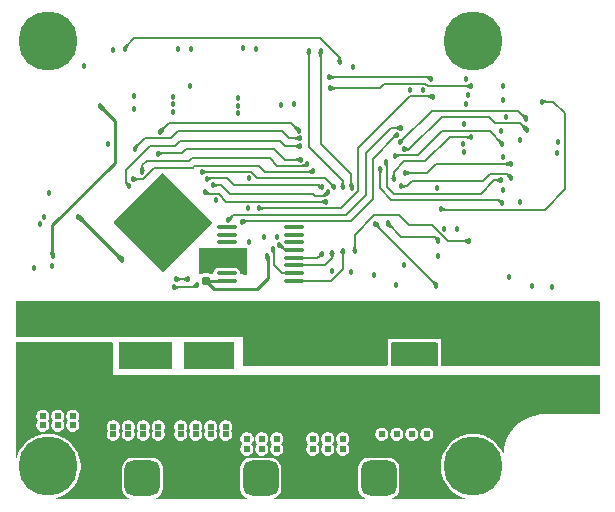
<source format=gbr>
%TF.GenerationSoftware,KiCad,Pcbnew,9.0.1*%
%TF.CreationDate,2025-05-07T17:15:19+08:00*%
%TF.ProjectId,CawDrive,43617744-7269-4766-952e-6b696361645f,rev?*%
%TF.SameCoordinates,Original*%
%TF.FileFunction,Copper,L4,Bot*%
%TF.FilePolarity,Positive*%
%FSLAX46Y46*%
G04 Gerber Fmt 4.6, Leading zero omitted, Abs format (unit mm)*
G04 Created by KiCad (PCBNEW 9.0.1) date 2025-05-07 17:15:19*
%MOMM*%
%LPD*%
G01*
G04 APERTURE LIST*
G04 Aperture macros list*
%AMRoundRect*
0 Rectangle with rounded corners*
0 $1 Rounding radius*
0 $2 $3 $4 $5 $6 $7 $8 $9 X,Y pos of 4 corners*
0 Add a 4 corners polygon primitive as box body*
4,1,4,$2,$3,$4,$5,$6,$7,$8,$9,$2,$3,0*
0 Add four circle primitives for the rounded corners*
1,1,$1+$1,$2,$3*
1,1,$1+$1,$4,$5*
1,1,$1+$1,$6,$7*
1,1,$1+$1,$8,$9*
0 Add four rect primitives between the rounded corners*
20,1,$1+$1,$2,$3,$4,$5,0*
20,1,$1+$1,$4,$5,$6,$7,0*
20,1,$1+$1,$6,$7,$8,$9,0*
20,1,$1+$1,$8,$9,$2,$3,0*%
G04 Aperture macros list end*
%TA.AperFunction,ComponentPad*%
%ADD10RoundRect,0.750000X-0.750000X-0.750000X0.750000X-0.750000X0.750000X0.750000X-0.750000X0.750000X0*%
%TD*%
%TA.AperFunction,ComponentPad*%
%ADD11C,0.800000*%
%TD*%
%TA.AperFunction,ComponentPad*%
%ADD12C,5.000000*%
%TD*%
%TA.AperFunction,SMDPad,CuDef*%
%ADD13O,1.731000X0.343000*%
%TD*%
%TA.AperFunction,SMDPad,CuDef*%
%ADD14RoundRect,0.155000X-0.155000X0.212500X-0.155000X-0.212500X0.155000X-0.212500X0.155000X0.212500X0*%
%TD*%
%TA.AperFunction,ViaPad*%
%ADD15C,0.457200*%
%TD*%
%TA.AperFunction,ViaPad*%
%ADD16C,0.609600*%
%TD*%
%TA.AperFunction,Conductor*%
%ADD17C,0.152400*%
%TD*%
%TA.AperFunction,Conductor*%
%ADD18C,0.279400*%
%TD*%
%TA.AperFunction,Conductor*%
%ADD19C,0.304800*%
%TD*%
G04 APERTURE END LIST*
D10*
%TO.P,H8,1,1*%
%TO.N,GND1*%
X168000000Y-95000000D03*
%TD*%
D11*
%TO.P,H2,1,1*%
%TO.N,unconnected-(H2-Pad1)_1*%
X157125000Y-71000000D03*
%TO.N,unconnected-(H2-Pad1)_5*%
X157674175Y-69674175D03*
%TO.N,unconnected-(H2-Pad1)_8*%
X157674175Y-72325825D03*
%TO.N,unconnected-(H2-Pad1)_2*%
X159000000Y-69125000D03*
D12*
%TO.N,unconnected-(H2-Pad1)*%
X159000000Y-71000000D03*
D11*
%TO.N,unconnected-(H2-Pad1)_4*%
X159000000Y-72875000D03*
%TO.N,unconnected-(H2-Pad1)_7*%
X160325825Y-69674175D03*
%TO.N,unconnected-(H2-Pad1)_6*%
X160325825Y-72325825D03*
%TO.N,unconnected-(H2-Pad1)_3*%
X160875000Y-71000000D03*
%TD*%
D10*
%TO.P,H6,1,1*%
%TO.N,/DRV8323RSRGZR/PHASB*%
X141000000Y-108000000D03*
%TD*%
D11*
%TO.P,H4,1,1*%
%TO.N,unconnected-(H4-Pad1)_7*%
X121125000Y-107000000D03*
%TO.N,unconnected-(H4-Pad1)_5*%
X121674175Y-105674175D03*
%TO.N,unconnected-(H4-Pad1)_3*%
X121674175Y-108325825D03*
%TO.N,unconnected-(H4-Pad1)*%
X123000000Y-105125000D03*
D12*
%TO.N,unconnected-(H4-Pad1)_4*%
X123000000Y-107000000D03*
D11*
%TO.N,unconnected-(H4-Pad1)_2*%
X123000000Y-108875000D03*
%TO.N,unconnected-(H4-Pad1)_8*%
X124325825Y-105674175D03*
%TO.N,unconnected-(H4-Pad1)_6*%
X124325825Y-108325825D03*
%TO.N,unconnected-(H4-Pad1)_1*%
X124875000Y-107000000D03*
%TD*%
D10*
%TO.P,H7,1,1*%
%TO.N,/DRV8323RSRGZR/PHASC*%
X151000000Y-108000000D03*
%TD*%
%TO.P,H9,1,1*%
%TO.N,+36V*%
X168000000Y-101000000D03*
%TD*%
D11*
%TO.P,H1,1,1*%
%TO.N,unconnected-(H1-Pad1)_5*%
X121125000Y-71000000D03*
%TO.N,unconnected-(H1-Pad1)_4*%
X121674175Y-69674175D03*
%TO.N,unconnected-(H1-Pad1)_8*%
X121674175Y-72325825D03*
%TO.N,unconnected-(H1-Pad1)_6*%
X123000000Y-69125000D03*
D12*
%TO.N,unconnected-(H1-Pad1)*%
X123000000Y-71000000D03*
D11*
%TO.N,unconnected-(H1-Pad1)_1*%
X123000000Y-72875000D03*
%TO.N,unconnected-(H1-Pad1)_7*%
X124325825Y-69674175D03*
%TO.N,unconnected-(H1-Pad1)_2*%
X124325825Y-72325825D03*
%TO.N,unconnected-(H1-Pad1)_3*%
X124875000Y-71000000D03*
%TD*%
%TO.P,H3,1,1*%
%TO.N,unconnected-(H3-Pad1)_4*%
X157125000Y-107000000D03*
%TO.N,unconnected-(H3-Pad1)_7*%
X157674175Y-105674175D03*
%TO.N,unconnected-(H3-Pad1)_8*%
X157674175Y-108325825D03*
%TO.N,unconnected-(H3-Pad1)_1*%
X159000000Y-105125000D03*
D12*
%TO.N,unconnected-(H3-Pad1)_2*%
X159000000Y-107000000D03*
D11*
%TO.N,unconnected-(H3-Pad1)_5*%
X159000000Y-108875000D03*
%TO.N,unconnected-(H3-Pad1)_6*%
X160325825Y-105674175D03*
%TO.N,unconnected-(H3-Pad1)*%
X160325825Y-108325825D03*
%TO.N,unconnected-(H3-Pad1)_3*%
X160875000Y-107000000D03*
%TD*%
D10*
%TO.P,H5,1,1*%
%TO.N,/DRV8323RSRGZR/PHASA*%
X131000000Y-108000000D03*
%TD*%
D13*
%TO.P,U9,1,U*%
%TO.N,unconnected-(U9-U-Pad1)*%
X143861400Y-86726600D03*
%TO.P,U9,2,V*%
%TO.N,unconnected-(U9-V-Pad2)*%
X143861400Y-87376600D03*
%TO.P,U9,3,W*%
%TO.N,unconnected-(U9-W-Pad3)*%
X143861400Y-88026600D03*
%TO.P,U9,4,CAL_EN*%
%TO.N,/ENCODER_CAL_EN*%
X143861400Y-88676600D03*
%TO.P,U9,5,MISO*%
%TO.N,/SPI3_MISO*%
X143861400Y-89326600D03*
%TO.P,U9,6,MOSI*%
%TO.N,/SPI3_MOSI*%
X143861400Y-89976600D03*
%TO.P,U9,7,SCK*%
%TO.N,/SPI3_SCK*%
X143861400Y-90626600D03*
%TO.P,U9,8,CSN*%
%TO.N,/ENCODER_SPI_NSS*%
X143861400Y-91276600D03*
%TO.P,U9,9,VDD*%
%TO.N,+3.3V*%
X138129400Y-91276600D03*
%TO.P,U9,10,OUT*%
%TO.N,unconnected-(U9-OUT-Pad10)*%
X138129400Y-90626600D03*
%TO.P,U9,11,TEST*%
%TO.N,GND*%
X138129400Y-89976600D03*
%TO.P,U9,12,VSS*%
X138129400Y-89326600D03*
%TO.P,U9,13,TEST_EN*%
X138129400Y-88676600D03*
%TO.P,U9,14,Z*%
%TO.N,unconnected-(U9-Z-Pad14)*%
X138129400Y-88026600D03*
%TO.P,U9,15,B*%
%TO.N,unconnected-(U9-B-Pad15)*%
X138129400Y-87376600D03*
%TO.P,U9,16,A*%
%TO.N,unconnected-(U9-A-Pad16)*%
X138129400Y-86726600D03*
%TD*%
D14*
%TO.P,C18,1*%
%TO.N,GND*%
X136370000Y-90122500D03*
%TO.P,C18,2*%
%TO.N,+3.3V*%
X136370000Y-91257500D03*
%TD*%
D15*
%TO.N,/SPI3_SCK*%
X142012442Y-88602650D03*
%TO.N,/TIM1_CH1*%
X132300000Y-80520000D03*
%TO.N,/TIM1_CH2*%
X130973262Y-82028316D03*
%TO.N,/TIM1_CH3*%
X130191342Y-82684653D03*
X145468669Y-82022713D03*
%TO.N,/TIM1_CH2*%
X144904596Y-81421162D03*
%TO.N,/TIM1_CH1*%
X144380000Y-81020000D03*
%TO.N,/TIM1_CH3N*%
X129850000Y-83250000D03*
X144344814Y-79880720D03*
%TO.N,/TIM1_CH2N*%
X130331400Y-80150180D03*
X144305500Y-79221489D03*
%TO.N,/TIM1_CH1N*%
X132500000Y-78640000D03*
X144238441Y-78564500D03*
%TO.N,GND*%
X133604000Y-75692000D03*
X133604000Y-76962000D03*
X128500000Y-71720000D03*
%TO.N,+3.3V*%
X126021500Y-73130000D03*
%TO.N,+36V*%
X125576500Y-85852000D03*
X129282341Y-89497659D03*
%TO.N,/SWCLK*%
X152860000Y-83274534D03*
%TO.N,/DRV8323RSRGZR/SPB*%
X133847400Y-91123782D03*
%TO.N,/SPI3_MISO*%
X146522501Y-84592280D03*
%TO.N,/SPI3_MOSI*%
X147049164Y-88886882D03*
%TO.N,/SWDIO*%
X162179000Y-81380000D03*
%TO.N,/SWCLK*%
X162179000Y-82540000D03*
%TO.N,/SWDIO*%
X153210000Y-82155688D03*
%TO.N,/DRV8323RSRGZR/SPB*%
X134868000Y-91130000D03*
%TO.N,/MCU_STA*%
X161480000Y-79690000D03*
X152362297Y-80714432D03*
%TO.N,/DRV_STA*%
X161350000Y-82770000D03*
X151600000Y-81250000D03*
%TO.N,/SPI3_MISO*%
X136299609Y-83768813D03*
X146195000Y-88975000D03*
%TO.N,/SPI3_SCK*%
X136431660Y-82683204D03*
X146180000Y-83364500D03*
%TO.N,/SPI3_MOSI*%
X146694998Y-83777906D03*
X136930000Y-83187490D03*
%TO.N,GND1*%
X135603624Y-91631077D03*
%TO.N,Net-(U8-VCAP_1)*%
X146820000Y-74050000D03*
%TO.N,/USART3_TX*%
X163520000Y-78480000D03*
%TO.N,/DRV_SPI_NSS*%
X136030000Y-82080000D03*
%TO.N,GND1*%
X133630000Y-91840000D03*
%TO.N,/DRV_SPI_NSS*%
X147210000Y-83364500D03*
%TO.N,/ADC2_IN9*%
X147701000Y-72771000D03*
X129500000Y-71670000D03*
%TO.N,Net-(U8-VCAP_1)*%
X155448000Y-74168000D03*
%TO.N,/ADC3_IN2*%
X155575000Y-75692000D03*
X140850000Y-85145200D03*
%TO.N,/USART3_TX*%
X153140000Y-80154032D03*
%TO.N,/USART3_RX*%
X152813569Y-79546431D03*
X163490000Y-77540000D03*
%TO.N,/I2C1_SCL*%
X145080000Y-71860000D03*
%TO.N,Net-(U8-PC13)*%
X164810000Y-76103800D03*
%TO.N,/CAN_TX*%
X151760000Y-86420000D03*
X156050000Y-87890000D03*
%TO.N,/ENCODER_CAL_EN*%
X142580000Y-88265000D03*
%TO.N,/ENCODER_SPI_NSS*%
X147967000Y-88748000D03*
%TO.N,/I2C1_SCL*%
X147936652Y-83370594D03*
%TO.N,/I2C1_SDA*%
X146090000Y-71860000D03*
%TO.N,/ENCODER_STA*%
X161428700Y-84678700D03*
%TO.N,Net-(U8-PB2)*%
X158800000Y-74803000D03*
%TO.N,/CAN_STB*%
X158680000Y-87910000D03*
%TO.N,/ADC1_IN0*%
X152509605Y-78940395D03*
%TO.N,/CAN_RX*%
X155886000Y-91694000D03*
%TO.N,Net-(U8-PB2)*%
X146900000Y-74970000D03*
%TO.N,/ADC1_IN0*%
X139419189Y-86302670D03*
%TO.N,Net-(U8-PC13)*%
X156245000Y-85175000D03*
%TO.N,/CAN_RX*%
X150710000Y-86450000D03*
%TO.N,/ENCODER_STA*%
X151120000Y-81784463D03*
%TO.N,/CAN_STB*%
X148980000Y-88780000D03*
%TO.N,/ADC2_IN1*%
X152880000Y-78350000D03*
X138280000Y-86120000D03*
%TO.N,/I2C1_SDA*%
X148720000Y-83390000D03*
%TO.N,GND*%
X139540000Y-71570000D03*
X164000000Y-91690000D03*
%TO.N,+3.3V*%
X137200000Y-84448000D03*
%TO.N,GND*%
X123070000Y-83810000D03*
%TO.N,+5V*%
X127380000Y-76450000D03*
X152450000Y-91660000D03*
%TO.N,GND*%
X134985000Y-74797000D03*
%TO.N,/RESET*%
X158850000Y-79120000D03*
%TO.N,GND*%
X158210000Y-80390000D03*
X158140000Y-79670000D03*
X148630000Y-90519200D03*
X139995789Y-82594211D03*
%TO.N,+3.3V*%
X156556250Y-86893750D03*
%TO.N,GND*%
X150623050Y-90813950D03*
%TO.N,+3.3V*%
X162940000Y-79380000D03*
X139065000Y-75819000D03*
X161510000Y-83570000D03*
%TO.N,GND*%
X158240000Y-78000000D03*
X122650000Y-85880000D03*
X161760000Y-77410000D03*
%TO.N,+3.3V*%
X161550000Y-80837400D03*
X161353750Y-78606250D03*
X139065000Y-77089000D03*
X139900000Y-85145200D03*
X147030000Y-90440000D03*
X154750000Y-75134200D03*
%TO.N,GND*%
X142690000Y-76380000D03*
X153610000Y-75134200D03*
X139446000Y-88773000D03*
X155923750Y-83383750D03*
%TO.N,+3.3V*%
X158421234Y-76318206D03*
%TO.N,GND*%
X121793000Y-90207000D03*
%TO.N,+3.3V*%
X139065000Y-76454000D03*
X140020000Y-88000000D03*
X161485711Y-75961025D03*
%TO.N,GND*%
X156060000Y-89170000D03*
X158530000Y-75560000D03*
X122310000Y-86480000D03*
X134010000Y-71620000D03*
%TO.N,+3.3V*%
X153180000Y-89910000D03*
X143830000Y-76350000D03*
X162020000Y-90950000D03*
X141580000Y-89160000D03*
X142420000Y-87580000D03*
X166180000Y-79510000D03*
X140580000Y-71670000D03*
%TO.N,+5V*%
X123410000Y-89150000D03*
X130302000Y-76708000D03*
X135080000Y-71680000D03*
%TO.N,/RESET*%
X152260000Y-82700000D03*
%TO.N,GND*%
X162940000Y-84580000D03*
X166130000Y-80480000D03*
X130305000Y-75637000D03*
X128100000Y-79700000D03*
X165670000Y-91810000D03*
X157670000Y-86910000D03*
X139446000Y-89408000D03*
X141270000Y-87570000D03*
X161544000Y-74803000D03*
X133595000Y-76327000D03*
X123300000Y-90020000D03*
X158369000Y-74168000D03*
X148840000Y-73200000D03*
D16*
X134620000Y-87376000D03*
X133604000Y-86233000D03*
X134620000Y-85344000D03*
X133604000Y-88392000D03*
X130810000Y-87376000D03*
X131699000Y-86360000D03*
X131826000Y-88392000D03*
X131953000Y-84328000D03*
X132842000Y-85344000D03*
X132715000Y-87376000D03*
X130810000Y-85344000D03*
X133731000Y-84455000D03*
%TO.N,+36V*%
X147955000Y-103124000D03*
X126365000Y-101346000D03*
X122555000Y-99441000D03*
X139827000Y-102235000D03*
X147955000Y-100330000D03*
X143637000Y-100330000D03*
X142367000Y-103124000D03*
X149225000Y-102235000D03*
X122555000Y-98425000D03*
X146685000Y-103124000D03*
X123825000Y-101346000D03*
X141097000Y-101219000D03*
X157861000Y-99949000D03*
X123825000Y-100457000D03*
X146685000Y-101219000D03*
X126365000Y-98425000D03*
X157099000Y-102235000D03*
X122555000Y-101346000D03*
X125095000Y-99441000D03*
X145415000Y-102235000D03*
X125095000Y-101346000D03*
X146685000Y-102235000D03*
X123825000Y-98425000D03*
X125095000Y-100457000D03*
X157861000Y-100711000D03*
X142367000Y-102235000D03*
X149225000Y-103124000D03*
X142367000Y-101219000D03*
X143637000Y-103124000D03*
X145415000Y-100330000D03*
X141097000Y-100330000D03*
X126365000Y-100457000D03*
X141097000Y-103124000D03*
X143637000Y-101219000D03*
X126365000Y-99441000D03*
X145415000Y-103124000D03*
X139827000Y-101219000D03*
X149225000Y-100330000D03*
X157099000Y-100711000D03*
X122555000Y-100457000D03*
X139827000Y-103124000D03*
X149225000Y-101219000D03*
X139827000Y-100330000D03*
X142367000Y-100330000D03*
X147955000Y-101219000D03*
X123825000Y-99441000D03*
X141097000Y-102235000D03*
X157861000Y-102235000D03*
X147955000Y-102235000D03*
X146685000Y-100330000D03*
X157099000Y-99949000D03*
X125095000Y-98425000D03*
X157861000Y-103505000D03*
X145415000Y-101219000D03*
X157099000Y-103505000D03*
X143637000Y-102235000D03*
%TO.N,/DRV8323RSRGZR/PHASA*%
X128524000Y-104267000D03*
X129794000Y-104267000D03*
X122555000Y-102743000D03*
X128524000Y-103632000D03*
X132334000Y-103632000D03*
X123825000Y-102743000D03*
X125095000Y-102743000D03*
X132334000Y-104267000D03*
X131064000Y-104267000D03*
X129794000Y-103632000D03*
X125095000Y-103505000D03*
X123825000Y-103505000D03*
X122555000Y-103505000D03*
X131064000Y-103632000D03*
%TO.N,/DRV8323RSRGZR/PHASB*%
X135509000Y-104267000D03*
X139845000Y-104648000D03*
X134239000Y-104267000D03*
X134239000Y-103632000D03*
X135509000Y-103632000D03*
X141097000Y-104648000D03*
X141097000Y-105537000D03*
X136779000Y-104267000D03*
X142367000Y-105537000D03*
X138049000Y-103632000D03*
X142367000Y-104648000D03*
X139827000Y-105537000D03*
X138049000Y-104267000D03*
X136779000Y-103632000D03*
%TO.N,/DRV8323RSRGZR/PHASC*%
X146685000Y-105537000D03*
X152527000Y-104267000D03*
X145415000Y-104648000D03*
X147955000Y-105537000D03*
X145415000Y-105537000D03*
X151257000Y-104267000D03*
X153797000Y-104267000D03*
X147955000Y-104648000D03*
X155067000Y-104267000D03*
X146685000Y-104648000D03*
%TO.N,/DRV8323RSRGZR/SPA*%
X131699000Y-97917000D03*
X129540000Y-97917000D03*
X132588000Y-97917000D03*
X130429000Y-97917000D03*
%TO.N,/DRV8323RSRGZR/SPB*%
X135382000Y-98044000D03*
X138303000Y-98044000D03*
X136271000Y-98044000D03*
X137414000Y-98044000D03*
%TO.N,GND1*%
X142240000Y-94869000D03*
X121666000Y-93853000D03*
X147701000Y-93980000D03*
X139700000Y-93980000D03*
X130048000Y-94742000D03*
X124079000Y-93853000D03*
X130048000Y-94107000D03*
X120777000Y-93853000D03*
X147701000Y-94869000D03*
X143637000Y-93980000D03*
X137922000Y-94107000D03*
X155194000Y-98044000D03*
X152527000Y-97155000D03*
X126365000Y-93853000D03*
X132080000Y-94742000D03*
X149098000Y-93980000D03*
X146431000Y-93980000D03*
X153797000Y-97155000D03*
X142240000Y-93980000D03*
X145161000Y-93980000D03*
X132080000Y-94107000D03*
X160147000Y-95377000D03*
X160147000Y-96774000D03*
X160909000Y-94107000D03*
X160147000Y-98044000D03*
X155194000Y-97155000D03*
X123317000Y-93853000D03*
X153797000Y-98044000D03*
X141224000Y-93980000D03*
X146431000Y-94869000D03*
X149098000Y-94869000D03*
X137922000Y-94742000D03*
X160147000Y-94107000D03*
X141097000Y-94869000D03*
X125603000Y-93853000D03*
X152527000Y-98044000D03*
X160909000Y-95377000D03*
X139700000Y-94869000D03*
X160909000Y-96774000D03*
X135890000Y-94107000D03*
X135890000Y-94742000D03*
X143637000Y-94869000D03*
X160909000Y-98044000D03*
X145161000Y-94869000D03*
%TD*%
D17*
%TO.N,/ENCODER_SPI_NSS*%
X147967000Y-90313000D02*
X147003400Y-91276600D01*
X147967000Y-88748000D02*
X147967000Y-90313000D01*
X147003400Y-91276600D02*
X143861400Y-91276600D01*
%TO.N,/ENCODER_STA*%
X161160000Y-84410000D02*
X161428700Y-84678700D01*
X152070000Y-84410000D02*
X161160000Y-84410000D01*
X151120000Y-83460000D02*
X152070000Y-84410000D01*
X151120000Y-81784463D02*
X151120000Y-83460000D01*
%TO.N,/DRV_STA*%
X160802266Y-82770000D02*
X161350000Y-82770000D01*
X152260000Y-83910000D02*
X159662266Y-83910000D01*
X159662266Y-83910000D02*
X160802266Y-82770000D01*
X151720000Y-83370000D02*
X152260000Y-83910000D01*
X151720000Y-81370000D02*
X151720000Y-83370000D01*
X151600000Y-81250000D02*
X151720000Y-81370000D01*
%TO.N,Net-(U8-PC13)*%
X165050000Y-85280000D02*
X156350000Y-85280000D01*
X166800000Y-83530000D02*
X165050000Y-85280000D01*
X166800000Y-77110000D02*
X166800000Y-83530000D01*
X156350000Y-85280000D02*
X156245000Y-85175000D01*
X165793800Y-76103800D02*
X166800000Y-77110000D01*
X164810000Y-76103800D02*
X165793800Y-76103800D01*
%TO.N,/SWDIO*%
X155890000Y-81380000D02*
X155100000Y-82170000D01*
X162158000Y-81380000D02*
X155890000Y-81380000D01*
X162179000Y-81359000D02*
X162158000Y-81380000D01*
X155100000Y-82170000D02*
X153224312Y-82170000D01*
X162179000Y-81380000D02*
X162179000Y-81359000D01*
X153224312Y-82170000D02*
X153210000Y-82155688D01*
%TO.N,/MCU_STA*%
X156400000Y-78590000D02*
X160390000Y-78590000D01*
X154320000Y-80670000D02*
X156400000Y-78590000D01*
X160390000Y-78590000D02*
X161480000Y-79680000D01*
X152406729Y-80670000D02*
X154320000Y-80670000D01*
X152362297Y-80714432D02*
X152406729Y-80670000D01*
X161480000Y-79680000D02*
X161480000Y-79690000D01*
%TO.N,/USART3_TX*%
X162959000Y-77919000D02*
X163520000Y-78480000D01*
X160350000Y-77400000D02*
X160869000Y-77919000D01*
X156330000Y-77400000D02*
X160350000Y-77400000D01*
X153575968Y-80154032D02*
X156330000Y-77400000D01*
X153140000Y-80154032D02*
X153575968Y-80154032D01*
X160869000Y-77919000D02*
X162959000Y-77919000D01*
%TO.N,/RESET*%
X152260000Y-82050000D02*
X152260000Y-82700000D01*
X153140000Y-81170000D02*
X152260000Y-82050000D01*
X154960000Y-81170000D02*
X153140000Y-81170000D01*
X157029994Y-79100006D02*
X154960000Y-81170000D01*
X158830006Y-79100006D02*
X157029994Y-79100006D01*
X158850000Y-79120000D02*
X158830006Y-79100006D01*
%TO.N,Net-(U8-PB2)*%
X151090000Y-74970000D02*
X146900000Y-74970000D01*
X154960835Y-74625200D02*
X151434800Y-74625200D01*
X151434800Y-74625200D02*
X151090000Y-74970000D01*
X155138635Y-74803000D02*
X154960835Y-74625200D01*
X158800000Y-74803000D02*
X155138635Y-74803000D01*
%TO.N,Net-(U8-VCAP_1)*%
X155330000Y-74050000D02*
X155448000Y-74168000D01*
X146820000Y-74050000D02*
X155330000Y-74050000D01*
%TO.N,/ADC1_IN0*%
X148660000Y-86200000D02*
X139521859Y-86200000D01*
X150480000Y-80960000D02*
X150480000Y-84380000D01*
X152499605Y-78940395D02*
X150480000Y-80960000D01*
X150480000Y-84380000D02*
X148660000Y-86200000D01*
X139521859Y-86200000D02*
X139419189Y-86302670D01*
X152509605Y-78940395D02*
X152499605Y-78940395D01*
%TO.N,/USART3_RX*%
X162820000Y-76870000D02*
X163490000Y-77540000D01*
X155490000Y-76870000D02*
X162820000Y-76870000D01*
X152813569Y-79546431D02*
X155490000Y-76870000D01*
D18*
%TO.N,+5V*%
X128680000Y-77750000D02*
X127380000Y-76450000D01*
X128680000Y-81280000D02*
X128680000Y-77750000D01*
X123373043Y-86586957D02*
X128680000Y-81280000D01*
X123373043Y-89113043D02*
X123373043Y-86586957D01*
X123410000Y-89150000D02*
X123373043Y-89113043D01*
D17*
%TO.N,/SWCLK*%
X160420000Y-82220000D02*
X161859000Y-82220000D01*
X159830000Y-82810000D02*
X160420000Y-82220000D01*
X153355466Y-83274534D02*
X153820000Y-82810000D01*
X153820000Y-82810000D02*
X159830000Y-82810000D01*
X161859000Y-82220000D02*
X162179000Y-82540000D01*
X152860000Y-83274534D02*
X153355466Y-83274534D01*
%TO.N,/ADC2_IN1*%
X149900000Y-80470000D02*
X152030000Y-78340000D01*
X152030000Y-78340000D02*
X152870000Y-78340000D01*
X148220000Y-85710000D02*
X149900000Y-84030000D01*
X149900000Y-84030000D02*
X149900000Y-80470000D01*
X138690000Y-85710000D02*
X148220000Y-85710000D01*
X138280000Y-86120000D02*
X138690000Y-85710000D01*
X152870000Y-78340000D02*
X152880000Y-78350000D01*
%TO.N,/CAN_TX*%
X152910000Y-87570000D02*
X155730000Y-87570000D01*
X151760000Y-86420000D02*
X152910000Y-87570000D01*
X155730000Y-87570000D02*
X156050000Y-87890000D01*
%TO.N,/CAN_RX*%
X155886000Y-91626000D02*
X155886000Y-91694000D01*
X150710000Y-86450000D02*
X155886000Y-91626000D01*
%TO.N,/CAN_STB*%
X155492665Y-86550000D02*
X156852665Y-87910000D01*
X156852665Y-87910000D02*
X158680000Y-87910000D01*
X153540000Y-86550000D02*
X155492665Y-86550000D01*
X152730000Y-85740000D02*
X153540000Y-86550000D01*
X150640000Y-85740000D02*
X152730000Y-85740000D01*
X148980000Y-87400000D02*
X150640000Y-85740000D01*
X148980000Y-88780000D02*
X148980000Y-87400000D01*
%TO.N,/SPI3_MISO*%
X146188600Y-88975000D02*
X145810000Y-89353600D01*
X146195000Y-88975000D02*
X146188600Y-88975000D01*
X143888400Y-89353600D02*
X143861400Y-89326600D01*
X145810000Y-89353600D02*
X143888400Y-89353600D01*
%TO.N,/SPI3_SCK*%
X142816600Y-90626600D02*
X143861400Y-90626600D01*
X142170000Y-89980000D02*
X142816600Y-90626600D01*
X142012442Y-88602650D02*
X142170000Y-88760208D01*
X142170000Y-88760208D02*
X142170000Y-89980000D01*
D18*
%TO.N,+3.3V*%
X137060500Y-91948000D02*
X136370000Y-91257500D01*
X140702000Y-91948000D02*
X137060500Y-91948000D01*
X141600000Y-91050000D02*
X140702000Y-91948000D01*
X141600000Y-89180000D02*
X141600000Y-91050000D01*
X141580000Y-89160000D02*
X141600000Y-89180000D01*
D17*
%TO.N,GND1*%
X135450533Y-91784168D02*
X135603624Y-91631077D01*
X133685832Y-91784168D02*
X135450533Y-91784168D01*
X133630000Y-91840000D02*
X133685832Y-91784168D01*
%TO.N,/DRV8323RSRGZR/SPB*%
X134868000Y-91130000D02*
X134833898Y-91164102D01*
X133939578Y-91123782D02*
X133847400Y-91123782D01*
X134833898Y-91164102D02*
X133979898Y-91164102D01*
X133979898Y-91164102D02*
X133939578Y-91123782D01*
%TO.N,/ADC3_IN2*%
X155533000Y-75650000D02*
X155575000Y-75692000D01*
X153660000Y-75650000D02*
X155533000Y-75650000D01*
X149270000Y-80040000D02*
X153660000Y-75650000D01*
X147810000Y-85140000D02*
X149270000Y-83680000D01*
X140855200Y-85140000D02*
X147810000Y-85140000D01*
X140850000Y-85145200D02*
X140855200Y-85140000D01*
X149270000Y-83680000D02*
X149270000Y-80040000D01*
%TO.N,/SPI3_MOSI*%
X137687490Y-83187490D02*
X136930000Y-83187490D01*
X138410000Y-83910000D02*
X137687490Y-83187490D01*
X145420000Y-83910000D02*
X138410000Y-83910000D01*
X146362904Y-84110000D02*
X145620000Y-84110000D01*
X145620000Y-84110000D02*
X145420000Y-83910000D01*
X146694998Y-83777906D02*
X146362904Y-84110000D01*
%TO.N,/SPI3_MISO*%
X138100000Y-84590000D02*
X146520221Y-84590000D01*
X136470796Y-83940000D02*
X137450000Y-83940000D01*
X137450000Y-83940000D02*
X138100000Y-84590000D01*
X136299609Y-83768813D02*
X136470796Y-83940000D01*
X146520221Y-84590000D02*
X146522501Y-84592280D01*
%TO.N,/SPI3_SCK*%
X136515807Y-82599057D02*
X136431660Y-82683204D01*
X138189057Y-82599057D02*
X136515807Y-82599057D01*
X145970000Y-83150000D02*
X138740000Y-83150000D01*
X146180000Y-83364500D02*
X146180000Y-83360000D01*
X146180000Y-83360000D02*
X145970000Y-83150000D01*
X138740000Y-83150000D02*
X138189057Y-82599057D01*
%TO.N,/DRV_SPI_NSS*%
X140720000Y-82600000D02*
X140178401Y-82058401D01*
X140178401Y-82058401D02*
X136051599Y-82058401D01*
X136051599Y-82058401D02*
X136030000Y-82080000D01*
X146440000Y-82600000D02*
X140720000Y-82600000D01*
X147204500Y-83364500D02*
X146440000Y-82600000D01*
X147210000Y-83364500D02*
X147204500Y-83364500D01*
%TO.N,/TIM1_CH3*%
X132000000Y-81720000D02*
X131035347Y-82684653D01*
X135240000Y-81720000D02*
X132000000Y-81720000D01*
X135389000Y-81571000D02*
X135240000Y-81720000D01*
X141402001Y-82092001D02*
X140881000Y-81571000D01*
X145468669Y-82022713D02*
X145399381Y-82092001D01*
X131035347Y-82684653D02*
X130191342Y-82684653D01*
X145399381Y-82092001D02*
X141402001Y-82092001D01*
X140881000Y-81571000D02*
X135389000Y-81571000D01*
%TO.N,/TIM1_CH1*%
X142170000Y-80150000D02*
X143040000Y-81020000D01*
X134680000Y-80150000D02*
X142170000Y-80150000D01*
X143040000Y-81020000D02*
X144380000Y-81020000D01*
X132300000Y-80520000D02*
X132334600Y-80520000D01*
X132334600Y-80520000D02*
X132394600Y-80460000D01*
X132394600Y-80460000D02*
X134370000Y-80460000D01*
X134370000Y-80460000D02*
X134680000Y-80150000D01*
%TO.N,/TIM1_CH3N*%
X144335534Y-79890000D02*
X144344814Y-79880720D01*
X134190000Y-79430000D02*
X142630000Y-79430000D01*
X143090000Y-79890000D02*
X144335534Y-79890000D01*
X133780000Y-79840000D02*
X134190000Y-79430000D01*
X129590000Y-81910000D02*
X131660000Y-79840000D01*
X131660000Y-79840000D02*
X133780000Y-79840000D01*
X129590000Y-82990000D02*
X129590000Y-81910000D01*
X129850000Y-83250000D02*
X129590000Y-82990000D01*
X142630000Y-79430000D02*
X143090000Y-79890000D01*
%TO.N,/TIM1_CH2*%
X144796758Y-81529000D02*
X144904596Y-81421162D01*
X135160000Y-80880000D02*
X141760000Y-80880000D01*
X134930000Y-81110000D02*
X135160000Y-80880000D01*
X131360000Y-81110000D02*
X134930000Y-81110000D01*
X130973262Y-81496738D02*
X131360000Y-81110000D01*
X141760000Y-80880000D02*
X142409000Y-81529000D01*
X142409000Y-81529000D02*
X144796758Y-81529000D01*
X130973262Y-82028316D02*
X130973262Y-81496738D01*
%TO.N,/TIM1_CH2N*%
X143421489Y-79221489D02*
X144305500Y-79221489D01*
X142820000Y-78620000D02*
X143421489Y-79221489D01*
X133990000Y-78620000D02*
X142820000Y-78620000D01*
X133420000Y-79190000D02*
X133990000Y-78620000D01*
X130331400Y-80038600D02*
X131180000Y-79190000D01*
X131180000Y-79190000D02*
X133420000Y-79190000D01*
X130331400Y-80150180D02*
X130331400Y-80038600D01*
%TO.N,/TIM1_CH1N*%
X143583941Y-77910000D02*
X144238441Y-78564500D01*
X133230000Y-77910000D02*
X143583941Y-77910000D01*
X132500000Y-78640000D02*
X133230000Y-77910000D01*
%TO.N,/I2C1_SDA*%
X148670000Y-82240000D02*
X146090000Y-79660000D01*
X148670000Y-83233620D02*
X148670000Y-82240000D01*
X148720000Y-83283620D02*
X148670000Y-83233620D01*
X148720000Y-83390000D02*
X148720000Y-83283620D01*
X146090000Y-79660000D02*
X146090000Y-71860000D01*
%TO.N,/ADC2_IN9*%
X130302000Y-70739000D02*
X146049000Y-70739000D01*
X147701000Y-72391000D02*
X147701000Y-72771000D01*
X129500000Y-71541000D02*
X130302000Y-70739000D01*
X129500000Y-71670000D02*
X129500000Y-71541000D01*
X146049000Y-70739000D02*
X147701000Y-72391000D01*
D18*
%TO.N,+3.3V*%
X136389100Y-91276600D02*
X136370000Y-91257500D01*
X138129400Y-91276600D02*
X136389100Y-91276600D01*
D19*
%TO.N,+36V*%
X129248659Y-89497659D02*
X125603000Y-85852000D01*
X129282341Y-89497659D02*
X129248659Y-89497659D01*
X125603000Y-85852000D02*
X125576500Y-85852000D01*
D17*
%TO.N,/SPI3_MOSI*%
X146413400Y-89976600D02*
X143861400Y-89976600D01*
X147049164Y-88886882D02*
X147049164Y-89340836D01*
X147049164Y-89340836D02*
X146413400Y-89976600D01*
%TO.N,/ENCODER_CAL_EN*%
X143854800Y-88670000D02*
X143861400Y-88676600D01*
X142695000Y-88265000D02*
X143100000Y-88670000D01*
X142580000Y-88265000D02*
X142695000Y-88265000D01*
X143100000Y-88670000D02*
X143854800Y-88670000D01*
%TO.N,/I2C1_SCL*%
X147936652Y-82806652D02*
X145080000Y-79950000D01*
X145080000Y-79950000D02*
X145080000Y-71860000D01*
X147936652Y-83370594D02*
X147936652Y-82806652D01*
%TD*%
%TA.AperFunction,Conductor*%
%TO.N,+36V*%
G36*
X128488577Y-96511423D02*
G01*
X128500000Y-96539000D01*
X128500000Y-99250000D01*
X169706500Y-99250000D01*
X169734077Y-99261423D01*
X169745500Y-99289000D01*
X169745500Y-102544222D01*
X169734077Y-102571799D01*
X169706500Y-102583222D01*
X164945854Y-102583222D01*
X164945736Y-102583233D01*
X164820223Y-102583260D01*
X164820216Y-102583260D01*
X164820214Y-102583261D01*
X164677179Y-102598355D01*
X164462624Y-102620997D01*
X164110977Y-102696052D01*
X163769146Y-102807598D01*
X163769130Y-102807605D01*
X163440919Y-102954397D01*
X163440907Y-102954403D01*
X163129887Y-103134845D01*
X162839520Y-103346934D01*
X162839511Y-103346941D01*
X162573022Y-103588318D01*
X162573014Y-103588326D01*
X162333331Y-103856333D01*
X162333309Y-103856361D01*
X162123076Y-104148044D01*
X162123070Y-104148052D01*
X161944599Y-104460207D01*
X161799878Y-104789358D01*
X161690495Y-105131890D01*
X161617663Y-105484022D01*
X161582191Y-105841838D01*
X161582195Y-105842394D01*
X161582161Y-105842475D01*
X161582144Y-105842860D01*
X161582007Y-105842853D01*
X161570946Y-105870043D01*
X161543442Y-105881639D01*
X161515793Y-105870390D01*
X161508058Y-105859562D01*
X161499790Y-105842394D01*
X161414601Y-105665497D01*
X161250002Y-105403538D01*
X161250001Y-105403536D01*
X161249998Y-105403531D01*
X161057113Y-105161662D01*
X160838337Y-104942886D01*
X160596468Y-104750001D01*
X160596463Y-104749998D01*
X160334508Y-104585402D01*
X160334507Y-104585401D01*
X160334503Y-104585399D01*
X160121625Y-104482882D01*
X160055761Y-104451163D01*
X160055758Y-104451162D01*
X159763749Y-104348983D01*
X159763740Y-104348981D01*
X159462133Y-104280141D01*
X159405667Y-104273778D01*
X159154689Y-104245500D01*
X158845311Y-104245500D01*
X158594332Y-104273778D01*
X158537867Y-104280141D01*
X158537865Y-104280141D01*
X158236259Y-104348981D01*
X158236250Y-104348983D01*
X157944241Y-104451162D01*
X157944238Y-104451163D01*
X157693237Y-104572039D01*
X157688416Y-104574362D01*
X157665491Y-104585402D01*
X157403536Y-104749998D01*
X157403531Y-104750001D01*
X157161662Y-104942886D01*
X156942886Y-105161662D01*
X156750001Y-105403531D01*
X156749998Y-105403536D01*
X156585402Y-105665491D01*
X156451163Y-105944238D01*
X156451162Y-105944241D01*
X156348983Y-106236250D01*
X156348981Y-106236259D01*
X156280141Y-106537865D01*
X156280141Y-106537867D01*
X156280140Y-106537877D01*
X156245500Y-106845311D01*
X156245500Y-107154689D01*
X156279434Y-107455863D01*
X156280141Y-107462132D01*
X156280141Y-107462134D01*
X156348981Y-107763740D01*
X156348983Y-107763749D01*
X156451162Y-108055758D01*
X156451163Y-108055761D01*
X156505171Y-108167909D01*
X156585399Y-108334503D01*
X156585401Y-108334507D01*
X156585402Y-108334508D01*
X156749998Y-108596463D01*
X156750001Y-108596468D01*
X156942886Y-108838337D01*
X157161662Y-109057113D01*
X157403531Y-109249998D01*
X157403536Y-109250001D01*
X157403538Y-109250002D01*
X157665497Y-109414601D01*
X157910715Y-109532692D01*
X157944238Y-109548836D01*
X157944241Y-109548837D01*
X158236250Y-109651016D01*
X158236259Y-109651018D01*
X158312754Y-109668478D01*
X158337098Y-109685751D01*
X158342098Y-109715178D01*
X158324825Y-109739522D01*
X158304076Y-109745500D01*
X152172673Y-109745500D01*
X152145096Y-109734077D01*
X152133673Y-109706500D01*
X152145096Y-109678923D01*
X152154616Y-109671932D01*
X152194657Y-109651016D01*
X152305620Y-109593054D01*
X152463952Y-109463952D01*
X152593054Y-109305620D01*
X152687642Y-109124540D01*
X152743843Y-108928128D01*
X152754500Y-108808262D01*
X152754500Y-107191738D01*
X152743843Y-107071872D01*
X152687642Y-106875460D01*
X152593054Y-106694380D01*
X152463952Y-106536048D01*
X152305620Y-106406946D01*
X152215080Y-106359652D01*
X152124541Y-106312358D01*
X151928126Y-106256156D01*
X151859899Y-106250090D01*
X151808262Y-106245500D01*
X150191738Y-106245500D01*
X150143094Y-106249824D01*
X150071873Y-106256156D01*
X149875458Y-106312358D01*
X149694380Y-106406946D01*
X149694377Y-106406948D01*
X149536048Y-106536048D01*
X149406948Y-106694377D01*
X149406946Y-106694380D01*
X149312358Y-106875458D01*
X149256156Y-107071873D01*
X149249824Y-107143094D01*
X149245500Y-107191738D01*
X149245500Y-108808262D01*
X149248174Y-108838337D01*
X149256156Y-108928126D01*
X149312358Y-109124541D01*
X149359652Y-109215080D01*
X149406946Y-109305620D01*
X149536048Y-109463952D01*
X149694380Y-109593054D01*
X149805343Y-109651016D01*
X149845384Y-109671932D01*
X149864538Y-109694825D01*
X149861895Y-109724557D01*
X149839002Y-109743711D01*
X149827327Y-109745500D01*
X142172673Y-109745500D01*
X142145096Y-109734077D01*
X142133673Y-109706500D01*
X142145096Y-109678923D01*
X142154616Y-109671932D01*
X142194657Y-109651016D01*
X142305620Y-109593054D01*
X142463952Y-109463952D01*
X142593054Y-109305620D01*
X142687642Y-109124540D01*
X142743843Y-108928128D01*
X142754500Y-108808262D01*
X142754500Y-107191738D01*
X142743843Y-107071872D01*
X142687642Y-106875460D01*
X142593054Y-106694380D01*
X142463952Y-106536048D01*
X142305620Y-106406946D01*
X142215080Y-106359652D01*
X142124541Y-106312358D01*
X141928126Y-106256156D01*
X141859899Y-106250090D01*
X141808262Y-106245500D01*
X140191738Y-106245500D01*
X140143094Y-106249824D01*
X140071873Y-106256156D01*
X139875458Y-106312358D01*
X139694380Y-106406946D01*
X139694377Y-106406948D01*
X139536048Y-106536048D01*
X139406948Y-106694377D01*
X139406946Y-106694380D01*
X139312358Y-106875458D01*
X139256156Y-107071873D01*
X139249824Y-107143094D01*
X139245500Y-107191738D01*
X139245500Y-108808262D01*
X139248174Y-108838337D01*
X139256156Y-108928126D01*
X139312358Y-109124541D01*
X139359652Y-109215080D01*
X139406946Y-109305620D01*
X139536048Y-109463952D01*
X139694380Y-109593054D01*
X139805343Y-109651016D01*
X139845384Y-109671932D01*
X139864538Y-109694825D01*
X139861895Y-109724557D01*
X139839002Y-109743711D01*
X139827327Y-109745500D01*
X132172673Y-109745500D01*
X132145096Y-109734077D01*
X132133673Y-109706500D01*
X132145096Y-109678923D01*
X132154616Y-109671932D01*
X132194657Y-109651016D01*
X132305620Y-109593054D01*
X132463952Y-109463952D01*
X132593054Y-109305620D01*
X132687642Y-109124540D01*
X132743843Y-108928128D01*
X132754500Y-108808262D01*
X132754500Y-107191738D01*
X132743843Y-107071872D01*
X132687642Y-106875460D01*
X132593054Y-106694380D01*
X132463952Y-106536048D01*
X132305620Y-106406946D01*
X132215080Y-106359652D01*
X132124541Y-106312358D01*
X131928126Y-106256156D01*
X131859899Y-106250090D01*
X131808262Y-106245500D01*
X130191738Y-106245500D01*
X130143094Y-106249824D01*
X130071873Y-106256156D01*
X129875458Y-106312358D01*
X129694380Y-106406946D01*
X129694377Y-106406948D01*
X129536048Y-106536048D01*
X129406948Y-106694377D01*
X129406946Y-106694380D01*
X129312358Y-106875458D01*
X129256156Y-107071873D01*
X129249824Y-107143094D01*
X129245500Y-107191738D01*
X129245500Y-108808262D01*
X129248174Y-108838337D01*
X129256156Y-108928126D01*
X129312358Y-109124541D01*
X129359652Y-109215080D01*
X129406946Y-109305620D01*
X129536048Y-109463952D01*
X129694380Y-109593054D01*
X129805343Y-109651016D01*
X129845384Y-109671932D01*
X129864538Y-109694825D01*
X129861895Y-109724557D01*
X129839002Y-109743711D01*
X129827327Y-109745500D01*
X123695924Y-109745500D01*
X123668347Y-109734077D01*
X123656924Y-109706500D01*
X123668347Y-109678923D01*
X123687246Y-109668478D01*
X123750369Y-109654069D01*
X123763745Y-109651017D01*
X123763745Y-109651016D01*
X123763749Y-109651016D01*
X123929397Y-109593053D01*
X124055762Y-109548836D01*
X124334503Y-109414601D01*
X124596462Y-109250002D01*
X124596464Y-109250000D01*
X124596468Y-109249998D01*
X124838337Y-109057113D01*
X124838339Y-109057110D01*
X124838344Y-109057107D01*
X125057107Y-108838344D01*
X125081097Y-108808262D01*
X125249998Y-108596468D01*
X125250001Y-108596463D01*
X125250002Y-108596462D01*
X125414601Y-108334503D01*
X125548836Y-108055762D01*
X125651017Y-107763745D01*
X125708975Y-107509815D01*
X125719858Y-107462134D01*
X125719858Y-107462132D01*
X125719858Y-107462131D01*
X125719860Y-107462123D01*
X125754500Y-107154689D01*
X125754500Y-106845311D01*
X125719860Y-106537877D01*
X125719858Y-106537867D01*
X125719858Y-106537865D01*
X125651018Y-106236259D01*
X125651016Y-106236250D01*
X125548837Y-105944241D01*
X125548836Y-105944238D01*
X125518102Y-105880418D01*
X125414601Y-105665497D01*
X125380127Y-105610631D01*
X125299027Y-105481560D01*
X125287592Y-105463362D01*
X139267700Y-105463362D01*
X139267700Y-105610637D01*
X139305816Y-105752882D01*
X139379449Y-105880419D01*
X139483580Y-105984550D01*
X139483582Y-105984551D01*
X139611118Y-106058184D01*
X139708270Y-106084216D01*
X139753362Y-106096299D01*
X139753365Y-106096299D01*
X139753367Y-106096300D01*
X139753368Y-106096300D01*
X139900632Y-106096300D01*
X139900633Y-106096300D01*
X140042882Y-106058184D01*
X140170418Y-105984551D01*
X140170419Y-105984550D01*
X140170420Y-105984550D01*
X140274550Y-105880420D01*
X140274550Y-105880419D01*
X140274551Y-105880418D01*
X140348184Y-105752882D01*
X140386300Y-105610633D01*
X140386300Y-105463367D01*
X140348184Y-105321118D01*
X140274551Y-105193582D01*
X140274550Y-105193580D01*
X140210046Y-105129077D01*
X140198623Y-105101500D01*
X140210046Y-105073923D01*
X140292550Y-104991419D01*
X140292551Y-104991418D01*
X140366184Y-104863882D01*
X140404300Y-104721633D01*
X140404300Y-104574367D01*
X140404299Y-104574362D01*
X140537700Y-104574362D01*
X140537700Y-104721637D01*
X140575816Y-104863882D01*
X140649449Y-104991419D01*
X140722953Y-105064923D01*
X140734376Y-105092500D01*
X140722953Y-105120077D01*
X140649450Y-105193580D01*
X140649449Y-105193580D01*
X140575816Y-105321117D01*
X140537700Y-105463362D01*
X140537700Y-105610637D01*
X140575816Y-105752882D01*
X140649449Y-105880419D01*
X140753580Y-105984550D01*
X140753582Y-105984551D01*
X140881118Y-106058184D01*
X140978270Y-106084216D01*
X141023362Y-106096299D01*
X141023365Y-106096299D01*
X141023367Y-106096300D01*
X141023368Y-106096300D01*
X141170632Y-106096300D01*
X141170633Y-106096300D01*
X141312882Y-106058184D01*
X141440418Y-105984551D01*
X141440419Y-105984550D01*
X141440420Y-105984550D01*
X141544550Y-105880420D01*
X141544550Y-105880419D01*
X141544551Y-105880418D01*
X141618184Y-105752882D01*
X141656300Y-105610633D01*
X141656300Y-105463367D01*
X141618184Y-105321118D01*
X141544551Y-105193582D01*
X141544550Y-105193580D01*
X141471046Y-105120077D01*
X141459623Y-105092500D01*
X141471046Y-105064923D01*
X141544550Y-104991419D01*
X141544551Y-104991418D01*
X141618184Y-104863882D01*
X141656300Y-104721633D01*
X141656300Y-104574367D01*
X141656299Y-104574362D01*
X141807700Y-104574362D01*
X141807700Y-104721637D01*
X141845816Y-104863882D01*
X141919449Y-104991419D01*
X141992953Y-105064923D01*
X142004376Y-105092500D01*
X141992953Y-105120077D01*
X141919450Y-105193580D01*
X141919449Y-105193580D01*
X141845816Y-105321117D01*
X141807700Y-105463362D01*
X141807700Y-105610637D01*
X141845816Y-105752882D01*
X141919449Y-105880419D01*
X142023580Y-105984550D01*
X142023582Y-105984551D01*
X142151118Y-106058184D01*
X142248270Y-106084216D01*
X142293362Y-106096299D01*
X142293365Y-106096299D01*
X142293367Y-106096300D01*
X142293368Y-106096300D01*
X142440632Y-106096300D01*
X142440633Y-106096300D01*
X142582882Y-106058184D01*
X142710418Y-105984551D01*
X142710419Y-105984550D01*
X142710420Y-105984550D01*
X142814550Y-105880420D01*
X142814550Y-105880419D01*
X142814551Y-105880418D01*
X142888184Y-105752882D01*
X142926300Y-105610633D01*
X142926300Y-105463367D01*
X142888184Y-105321118D01*
X142814551Y-105193582D01*
X142814550Y-105193580D01*
X142741046Y-105120077D01*
X142729623Y-105092500D01*
X142741046Y-105064923D01*
X142814550Y-104991419D01*
X142814551Y-104991418D01*
X142888184Y-104863882D01*
X142926300Y-104721633D01*
X142926300Y-104574367D01*
X142926299Y-104574362D01*
X144855700Y-104574362D01*
X144855700Y-104721637D01*
X144893816Y-104863882D01*
X144967449Y-104991419D01*
X145040953Y-105064923D01*
X145052376Y-105092500D01*
X145040953Y-105120077D01*
X144967450Y-105193580D01*
X144967449Y-105193580D01*
X144893816Y-105321117D01*
X144855700Y-105463362D01*
X144855700Y-105610637D01*
X144893816Y-105752882D01*
X144967449Y-105880419D01*
X145071580Y-105984550D01*
X145071582Y-105984551D01*
X145199118Y-106058184D01*
X145296270Y-106084216D01*
X145341362Y-106096299D01*
X145341365Y-106096299D01*
X145341367Y-106096300D01*
X145341368Y-106096300D01*
X145488632Y-106096300D01*
X145488633Y-106096300D01*
X145630882Y-106058184D01*
X145758418Y-105984551D01*
X145758419Y-105984550D01*
X145758420Y-105984550D01*
X145862550Y-105880420D01*
X145862550Y-105880419D01*
X145862551Y-105880418D01*
X145936184Y-105752882D01*
X145974300Y-105610633D01*
X145974300Y-105463367D01*
X145936184Y-105321118D01*
X145862551Y-105193582D01*
X145862550Y-105193580D01*
X145789046Y-105120077D01*
X145777623Y-105092500D01*
X145789046Y-105064923D01*
X145862550Y-104991419D01*
X145862551Y-104991418D01*
X145936184Y-104863882D01*
X145974300Y-104721633D01*
X145974300Y-104574367D01*
X145974299Y-104574362D01*
X146125700Y-104574362D01*
X146125700Y-104721637D01*
X146163816Y-104863882D01*
X146237449Y-104991419D01*
X146310953Y-105064923D01*
X146322376Y-105092500D01*
X146310953Y-105120077D01*
X146237450Y-105193580D01*
X146237449Y-105193580D01*
X146163816Y-105321117D01*
X146125700Y-105463362D01*
X146125700Y-105610637D01*
X146163816Y-105752882D01*
X146237449Y-105880419D01*
X146341580Y-105984550D01*
X146341582Y-105984551D01*
X146469118Y-106058184D01*
X146566270Y-106084216D01*
X146611362Y-106096299D01*
X146611365Y-106096299D01*
X146611367Y-106096300D01*
X146611368Y-106096300D01*
X146758632Y-106096300D01*
X146758633Y-106096300D01*
X146900882Y-106058184D01*
X147028418Y-105984551D01*
X147028419Y-105984550D01*
X147028420Y-105984550D01*
X147132550Y-105880420D01*
X147132550Y-105880419D01*
X147132551Y-105880418D01*
X147206184Y-105752882D01*
X147244300Y-105610633D01*
X147244300Y-105463367D01*
X147206184Y-105321118D01*
X147132551Y-105193582D01*
X147132550Y-105193580D01*
X147059046Y-105120077D01*
X147047623Y-105092500D01*
X147059046Y-105064923D01*
X147132550Y-104991419D01*
X147132551Y-104991418D01*
X147206184Y-104863882D01*
X147244300Y-104721633D01*
X147244300Y-104574367D01*
X147244299Y-104574362D01*
X147395700Y-104574362D01*
X147395700Y-104721637D01*
X147433816Y-104863882D01*
X147507449Y-104991419D01*
X147580953Y-105064923D01*
X147592376Y-105092500D01*
X147580953Y-105120077D01*
X147507450Y-105193580D01*
X147507449Y-105193580D01*
X147433816Y-105321117D01*
X147395700Y-105463362D01*
X147395700Y-105610637D01*
X147433816Y-105752882D01*
X147507449Y-105880419D01*
X147611580Y-105984550D01*
X147611582Y-105984551D01*
X147739118Y-106058184D01*
X147836270Y-106084216D01*
X147881362Y-106096299D01*
X147881365Y-106096299D01*
X147881367Y-106096300D01*
X147881368Y-106096300D01*
X148028632Y-106096300D01*
X148028633Y-106096300D01*
X148170882Y-106058184D01*
X148298418Y-105984551D01*
X148298419Y-105984550D01*
X148298420Y-105984550D01*
X148402550Y-105880420D01*
X148402550Y-105880419D01*
X148402551Y-105880418D01*
X148476184Y-105752882D01*
X148514300Y-105610633D01*
X148514300Y-105463367D01*
X148476184Y-105321118D01*
X148402551Y-105193582D01*
X148402550Y-105193580D01*
X148329046Y-105120077D01*
X148317623Y-105092500D01*
X148329046Y-105064923D01*
X148402550Y-104991419D01*
X148402551Y-104991418D01*
X148476184Y-104863882D01*
X148514300Y-104721633D01*
X148514300Y-104574367D01*
X148476184Y-104432118D01*
X148402551Y-104304582D01*
X148402550Y-104304580D01*
X148298419Y-104200449D01*
X148286144Y-104193362D01*
X150697700Y-104193362D01*
X150697700Y-104340637D01*
X150735816Y-104482882D01*
X150809449Y-104610419D01*
X150913580Y-104714550D01*
X150913582Y-104714551D01*
X151041118Y-104788184D01*
X151138270Y-104814216D01*
X151183362Y-104826299D01*
X151183365Y-104826299D01*
X151183367Y-104826300D01*
X151183368Y-104826300D01*
X151330632Y-104826300D01*
X151330633Y-104826300D01*
X151472882Y-104788184D01*
X151600418Y-104714551D01*
X151600419Y-104714550D01*
X151600420Y-104714550D01*
X151704550Y-104610420D01*
X151704550Y-104610419D01*
X151704551Y-104610418D01*
X151778184Y-104482882D01*
X151816300Y-104340633D01*
X151816300Y-104193367D01*
X151816299Y-104193362D01*
X151967700Y-104193362D01*
X151967700Y-104340637D01*
X152005816Y-104482882D01*
X152079449Y-104610419D01*
X152183580Y-104714550D01*
X152183582Y-104714551D01*
X152311118Y-104788184D01*
X152408270Y-104814216D01*
X152453362Y-104826299D01*
X152453365Y-104826299D01*
X152453367Y-104826300D01*
X152453368Y-104826300D01*
X152600632Y-104826300D01*
X152600633Y-104826300D01*
X152742882Y-104788184D01*
X152870418Y-104714551D01*
X152870419Y-104714550D01*
X152870420Y-104714550D01*
X152974550Y-104610420D01*
X152974550Y-104610419D01*
X152974551Y-104610418D01*
X153048184Y-104482882D01*
X153086300Y-104340633D01*
X153086300Y-104193367D01*
X153086299Y-104193362D01*
X153237700Y-104193362D01*
X153237700Y-104340637D01*
X153275816Y-104482882D01*
X153349449Y-104610419D01*
X153453580Y-104714550D01*
X153453582Y-104714551D01*
X153581118Y-104788184D01*
X153678270Y-104814216D01*
X153723362Y-104826299D01*
X153723365Y-104826299D01*
X153723367Y-104826300D01*
X153723368Y-104826300D01*
X153870632Y-104826300D01*
X153870633Y-104826300D01*
X154012882Y-104788184D01*
X154140418Y-104714551D01*
X154140419Y-104714550D01*
X154140420Y-104714550D01*
X154244550Y-104610420D01*
X154244550Y-104610419D01*
X154244551Y-104610418D01*
X154318184Y-104482882D01*
X154356300Y-104340633D01*
X154356300Y-104193367D01*
X154356299Y-104193362D01*
X154507700Y-104193362D01*
X154507700Y-104340637D01*
X154545816Y-104482882D01*
X154619449Y-104610419D01*
X154723580Y-104714550D01*
X154723582Y-104714551D01*
X154851118Y-104788184D01*
X154948270Y-104814216D01*
X154993362Y-104826299D01*
X154993365Y-104826299D01*
X154993367Y-104826300D01*
X154993368Y-104826300D01*
X155140632Y-104826300D01*
X155140633Y-104826300D01*
X155282882Y-104788184D01*
X155410418Y-104714551D01*
X155410419Y-104714550D01*
X155410420Y-104714550D01*
X155514550Y-104610420D01*
X155514550Y-104610419D01*
X155514551Y-104610418D01*
X155588184Y-104482882D01*
X155626300Y-104340633D01*
X155626300Y-104193367D01*
X155588184Y-104051118D01*
X155523687Y-103939406D01*
X155514550Y-103923580D01*
X155410419Y-103819449D01*
X155282882Y-103745816D01*
X155140637Y-103707700D01*
X155140633Y-103707700D01*
X154993367Y-103707700D01*
X154993362Y-103707700D01*
X154851117Y-103745816D01*
X154723580Y-103819449D01*
X154723580Y-103819450D01*
X154619450Y-103923580D01*
X154619449Y-103923580D01*
X154545816Y-104051117D01*
X154507700Y-104193362D01*
X154356299Y-104193362D01*
X154318184Y-104051118D01*
X154253687Y-103939406D01*
X154244550Y-103923580D01*
X154140419Y-103819449D01*
X154012882Y-103745816D01*
X153870637Y-103707700D01*
X153870633Y-103707700D01*
X153723367Y-103707700D01*
X153723362Y-103707700D01*
X153581117Y-103745816D01*
X153453580Y-103819449D01*
X153453580Y-103819450D01*
X153349450Y-103923580D01*
X153349449Y-103923580D01*
X153275816Y-104051117D01*
X153237700Y-104193362D01*
X153086299Y-104193362D01*
X153048184Y-104051118D01*
X152983687Y-103939406D01*
X152974550Y-103923580D01*
X152870419Y-103819449D01*
X152742882Y-103745816D01*
X152600637Y-103707700D01*
X152600633Y-103707700D01*
X152453367Y-103707700D01*
X152453362Y-103707700D01*
X152311117Y-103745816D01*
X152183580Y-103819449D01*
X152183580Y-103819450D01*
X152079450Y-103923580D01*
X152079449Y-103923580D01*
X152005816Y-104051117D01*
X151967700Y-104193362D01*
X151816299Y-104193362D01*
X151778184Y-104051118D01*
X151713687Y-103939406D01*
X151704550Y-103923580D01*
X151600419Y-103819449D01*
X151472882Y-103745816D01*
X151330637Y-103707700D01*
X151330633Y-103707700D01*
X151183367Y-103707700D01*
X151183362Y-103707700D01*
X151041117Y-103745816D01*
X150913580Y-103819449D01*
X150913580Y-103819450D01*
X150809450Y-103923580D01*
X150809449Y-103923580D01*
X150735816Y-104051117D01*
X150697700Y-104193362D01*
X148286144Y-104193362D01*
X148170882Y-104126816D01*
X148028637Y-104088700D01*
X148028633Y-104088700D01*
X147881367Y-104088700D01*
X147881362Y-104088700D01*
X147739117Y-104126816D01*
X147611580Y-104200449D01*
X147611580Y-104200450D01*
X147507450Y-104304580D01*
X147507449Y-104304580D01*
X147433816Y-104432117D01*
X147395700Y-104574362D01*
X147244299Y-104574362D01*
X147206184Y-104432118D01*
X147132551Y-104304582D01*
X147132550Y-104304580D01*
X147028419Y-104200449D01*
X146900882Y-104126816D01*
X146758637Y-104088700D01*
X146758633Y-104088700D01*
X146611367Y-104088700D01*
X146611362Y-104088700D01*
X146469117Y-104126816D01*
X146341580Y-104200449D01*
X146341580Y-104200450D01*
X146237450Y-104304580D01*
X146237449Y-104304580D01*
X146163816Y-104432117D01*
X146125700Y-104574362D01*
X145974299Y-104574362D01*
X145936184Y-104432118D01*
X145862551Y-104304582D01*
X145862550Y-104304580D01*
X145758419Y-104200449D01*
X145630882Y-104126816D01*
X145488637Y-104088700D01*
X145488633Y-104088700D01*
X145341367Y-104088700D01*
X145341362Y-104088700D01*
X145199117Y-104126816D01*
X145071580Y-104200449D01*
X145071580Y-104200450D01*
X144967450Y-104304580D01*
X144967449Y-104304580D01*
X144893816Y-104432117D01*
X144855700Y-104574362D01*
X142926299Y-104574362D01*
X142888184Y-104432118D01*
X142814551Y-104304582D01*
X142814550Y-104304580D01*
X142710419Y-104200449D01*
X142582882Y-104126816D01*
X142440637Y-104088700D01*
X142440633Y-104088700D01*
X142293367Y-104088700D01*
X142293362Y-104088700D01*
X142151117Y-104126816D01*
X142023580Y-104200449D01*
X142023580Y-104200450D01*
X141919450Y-104304580D01*
X141919449Y-104304580D01*
X141845816Y-104432117D01*
X141807700Y-104574362D01*
X141656299Y-104574362D01*
X141618184Y-104432118D01*
X141544551Y-104304582D01*
X141544550Y-104304580D01*
X141440419Y-104200449D01*
X141312882Y-104126816D01*
X141170637Y-104088700D01*
X141170633Y-104088700D01*
X141023367Y-104088700D01*
X141023362Y-104088700D01*
X140881117Y-104126816D01*
X140753580Y-104200449D01*
X140753580Y-104200450D01*
X140649450Y-104304580D01*
X140649449Y-104304580D01*
X140575816Y-104432117D01*
X140537700Y-104574362D01*
X140404299Y-104574362D01*
X140366184Y-104432118D01*
X140292551Y-104304582D01*
X140292550Y-104304580D01*
X140188419Y-104200449D01*
X140060882Y-104126816D01*
X139918637Y-104088700D01*
X139918633Y-104088700D01*
X139771367Y-104088700D01*
X139771362Y-104088700D01*
X139629117Y-104126816D01*
X139501580Y-104200449D01*
X139501580Y-104200450D01*
X139397450Y-104304580D01*
X139397449Y-104304580D01*
X139323816Y-104432117D01*
X139285700Y-104574362D01*
X139285700Y-104721637D01*
X139323816Y-104863882D01*
X139397449Y-104991419D01*
X139461953Y-105055922D01*
X139473376Y-105083499D01*
X139461953Y-105111076D01*
X139379449Y-105193580D01*
X139305816Y-105321117D01*
X139267700Y-105463362D01*
X125287592Y-105463362D01*
X125250001Y-105403536D01*
X125249998Y-105403531D01*
X125057113Y-105161662D01*
X124838337Y-104942886D01*
X124596468Y-104750001D01*
X124596463Y-104749998D01*
X124334508Y-104585402D01*
X124334507Y-104585401D01*
X124334503Y-104585399D01*
X124121625Y-104482882D01*
X124055761Y-104451163D01*
X124055758Y-104451162D01*
X123763749Y-104348983D01*
X123763740Y-104348981D01*
X123462133Y-104280141D01*
X123405667Y-104273778D01*
X123154689Y-104245500D01*
X122845311Y-104245500D01*
X122594332Y-104273778D01*
X122537867Y-104280141D01*
X122537865Y-104280141D01*
X122236259Y-104348981D01*
X122236250Y-104348983D01*
X121944241Y-104451162D01*
X121944238Y-104451163D01*
X121693237Y-104572039D01*
X121688416Y-104574362D01*
X121665491Y-104585402D01*
X121403536Y-104749998D01*
X121403531Y-104750001D01*
X121161662Y-104942886D01*
X120942886Y-105161662D01*
X120750001Y-105403531D01*
X120749998Y-105403536D01*
X120585402Y-105665491D01*
X120451163Y-105944238D01*
X120451162Y-105944241D01*
X120348983Y-106236250D01*
X120348981Y-106236259D01*
X120331522Y-106312754D01*
X120314249Y-106337098D01*
X120284822Y-106342098D01*
X120260478Y-106324825D01*
X120254500Y-106304076D01*
X120254500Y-102669362D01*
X121995700Y-102669362D01*
X121995700Y-102816637D01*
X122033816Y-102958882D01*
X122107449Y-103086419D01*
X122117453Y-103096423D01*
X122128876Y-103124000D01*
X122117453Y-103151577D01*
X122107450Y-103161580D01*
X122107449Y-103161580D01*
X122033816Y-103289117D01*
X121995700Y-103431362D01*
X121995700Y-103578637D01*
X122033816Y-103720882D01*
X122107449Y-103848419D01*
X122211580Y-103952550D01*
X122211582Y-103952551D01*
X122339118Y-104026184D01*
X122432168Y-104051117D01*
X122481362Y-104064299D01*
X122481365Y-104064299D01*
X122481367Y-104064300D01*
X122481368Y-104064300D01*
X122628632Y-104064300D01*
X122628633Y-104064300D01*
X122770882Y-104026184D01*
X122898418Y-103952551D01*
X122898419Y-103952550D01*
X122898420Y-103952550D01*
X123002550Y-103848420D01*
X123002550Y-103848419D01*
X123002860Y-103847882D01*
X123076184Y-103720882D01*
X123114300Y-103578633D01*
X123114300Y-103431367D01*
X123076184Y-103289118D01*
X123002551Y-103161582D01*
X123002550Y-103161580D01*
X122992547Y-103151578D01*
X122981123Y-103124002D01*
X122992545Y-103096424D01*
X123002550Y-103086419D01*
X123010471Y-103072700D01*
X123076184Y-102958882D01*
X123114300Y-102816633D01*
X123114300Y-102669367D01*
X123114299Y-102669362D01*
X123265700Y-102669362D01*
X123265700Y-102816637D01*
X123303816Y-102958882D01*
X123377449Y-103086419D01*
X123387453Y-103096423D01*
X123398876Y-103124000D01*
X123387453Y-103151577D01*
X123377450Y-103161580D01*
X123377449Y-103161580D01*
X123303816Y-103289117D01*
X123265700Y-103431362D01*
X123265700Y-103578637D01*
X123303816Y-103720882D01*
X123377449Y-103848419D01*
X123481580Y-103952550D01*
X123481582Y-103952551D01*
X123609118Y-104026184D01*
X123702168Y-104051117D01*
X123751362Y-104064299D01*
X123751365Y-104064299D01*
X123751367Y-104064300D01*
X123751368Y-104064300D01*
X123898632Y-104064300D01*
X123898633Y-104064300D01*
X124040882Y-104026184D01*
X124168418Y-103952551D01*
X124168419Y-103952550D01*
X124168420Y-103952550D01*
X124272550Y-103848420D01*
X124272550Y-103848419D01*
X124272860Y-103847882D01*
X124346184Y-103720882D01*
X124384300Y-103578633D01*
X124384300Y-103431367D01*
X124346184Y-103289118D01*
X124272551Y-103161582D01*
X124272550Y-103161580D01*
X124262547Y-103151578D01*
X124251123Y-103124002D01*
X124262545Y-103096424D01*
X124272550Y-103086419D01*
X124280471Y-103072700D01*
X124346184Y-102958882D01*
X124384300Y-102816633D01*
X124384300Y-102669367D01*
X124384299Y-102669362D01*
X124535700Y-102669362D01*
X124535700Y-102816637D01*
X124573816Y-102958882D01*
X124647449Y-103086419D01*
X124657453Y-103096423D01*
X124668876Y-103124000D01*
X124657453Y-103151577D01*
X124647450Y-103161580D01*
X124647449Y-103161580D01*
X124573816Y-103289117D01*
X124535700Y-103431362D01*
X124535700Y-103578637D01*
X124573816Y-103720882D01*
X124647449Y-103848419D01*
X124751580Y-103952550D01*
X124751582Y-103952551D01*
X124879118Y-104026184D01*
X124972168Y-104051117D01*
X125021362Y-104064299D01*
X125021365Y-104064299D01*
X125021367Y-104064300D01*
X125021368Y-104064300D01*
X125168632Y-104064300D01*
X125168633Y-104064300D01*
X125310882Y-104026184D01*
X125438418Y-103952551D01*
X125438419Y-103952550D01*
X125438420Y-103952550D01*
X125542550Y-103848420D01*
X125542550Y-103848419D01*
X125542860Y-103847882D01*
X125616184Y-103720882D01*
X125654300Y-103578633D01*
X125654300Y-103558362D01*
X127964700Y-103558362D01*
X127964700Y-103705637D01*
X128002816Y-103847882D01*
X128050226Y-103930000D01*
X128054122Y-103959594D01*
X128050226Y-103969000D01*
X128002816Y-104051117D01*
X127964700Y-104193362D01*
X127964700Y-104340637D01*
X128002816Y-104482882D01*
X128076449Y-104610419D01*
X128180580Y-104714550D01*
X128180582Y-104714551D01*
X128308118Y-104788184D01*
X128405270Y-104814216D01*
X128450362Y-104826299D01*
X128450365Y-104826299D01*
X128450367Y-104826300D01*
X128450368Y-104826300D01*
X128597632Y-104826300D01*
X128597633Y-104826300D01*
X128739882Y-104788184D01*
X128867418Y-104714551D01*
X128867419Y-104714550D01*
X128867420Y-104714550D01*
X128971550Y-104610420D01*
X128971550Y-104610419D01*
X128971551Y-104610418D01*
X129045184Y-104482882D01*
X129083300Y-104340633D01*
X129083300Y-104193367D01*
X129045184Y-104051118D01*
X128997771Y-103968998D01*
X128993876Y-103939406D01*
X128997772Y-103930000D01*
X129045184Y-103847882D01*
X129083300Y-103705633D01*
X129083300Y-103558367D01*
X129083299Y-103558362D01*
X129234700Y-103558362D01*
X129234700Y-103705637D01*
X129272816Y-103847882D01*
X129320226Y-103930000D01*
X129324122Y-103959594D01*
X129320226Y-103969000D01*
X129272816Y-104051117D01*
X129234700Y-104193362D01*
X129234700Y-104340637D01*
X129272816Y-104482882D01*
X129346449Y-104610419D01*
X129450580Y-104714550D01*
X129450582Y-104714551D01*
X129578118Y-104788184D01*
X129675270Y-104814216D01*
X129720362Y-104826299D01*
X129720365Y-104826299D01*
X129720367Y-104826300D01*
X129720368Y-104826300D01*
X129867632Y-104826300D01*
X129867633Y-104826300D01*
X130009882Y-104788184D01*
X130137418Y-104714551D01*
X130137419Y-104714550D01*
X130137420Y-104714550D01*
X130241550Y-104610420D01*
X130241550Y-104610419D01*
X130241551Y-104610418D01*
X130315184Y-104482882D01*
X130353300Y-104340633D01*
X130353300Y-104193367D01*
X130315184Y-104051118D01*
X130267771Y-103968998D01*
X130263876Y-103939406D01*
X130267772Y-103930000D01*
X130315184Y-103847882D01*
X130353300Y-103705633D01*
X130353300Y-103558367D01*
X130353299Y-103558362D01*
X130504700Y-103558362D01*
X130504700Y-103705637D01*
X130542816Y-103847882D01*
X130590226Y-103930000D01*
X130594122Y-103959594D01*
X130590226Y-103969000D01*
X130542816Y-104051117D01*
X130504700Y-104193362D01*
X130504700Y-104340637D01*
X130542816Y-104482882D01*
X130616449Y-104610419D01*
X130720580Y-104714550D01*
X130720582Y-104714551D01*
X130848118Y-104788184D01*
X130945270Y-104814216D01*
X130990362Y-104826299D01*
X130990365Y-104826299D01*
X130990367Y-104826300D01*
X130990368Y-104826300D01*
X131137632Y-104826300D01*
X131137633Y-104826300D01*
X131279882Y-104788184D01*
X131407418Y-104714551D01*
X131407419Y-104714550D01*
X131407420Y-104714550D01*
X131511550Y-104610420D01*
X131511550Y-104610419D01*
X131511551Y-104610418D01*
X131585184Y-104482882D01*
X131623300Y-104340633D01*
X131623300Y-104193367D01*
X131585184Y-104051118D01*
X131537771Y-103968998D01*
X131533876Y-103939406D01*
X131537772Y-103930000D01*
X131585184Y-103847882D01*
X131623300Y-103705633D01*
X131623300Y-103558367D01*
X131623299Y-103558362D01*
X131774700Y-103558362D01*
X131774700Y-103705637D01*
X131812816Y-103847882D01*
X131860226Y-103930000D01*
X131864122Y-103959594D01*
X131860226Y-103969000D01*
X131812816Y-104051117D01*
X131774700Y-104193362D01*
X131774700Y-104340637D01*
X131812816Y-104482882D01*
X131886449Y-104610419D01*
X131990580Y-104714550D01*
X131990582Y-104714551D01*
X132118118Y-104788184D01*
X132215270Y-104814216D01*
X132260362Y-104826299D01*
X132260365Y-104826299D01*
X132260367Y-104826300D01*
X132260368Y-104826300D01*
X132407632Y-104826300D01*
X132407633Y-104826300D01*
X132549882Y-104788184D01*
X132677418Y-104714551D01*
X132677419Y-104714550D01*
X132677420Y-104714550D01*
X132781550Y-104610420D01*
X132781550Y-104610419D01*
X132781551Y-104610418D01*
X132855184Y-104482882D01*
X132893300Y-104340633D01*
X132893300Y-104193367D01*
X132855184Y-104051118D01*
X132807771Y-103968998D01*
X132803876Y-103939406D01*
X132807772Y-103930000D01*
X132855184Y-103847882D01*
X132893300Y-103705633D01*
X132893300Y-103558367D01*
X132893299Y-103558362D01*
X133679700Y-103558362D01*
X133679700Y-103705637D01*
X133717816Y-103847882D01*
X133765226Y-103930000D01*
X133769122Y-103959594D01*
X133765226Y-103969000D01*
X133717816Y-104051117D01*
X133679700Y-104193362D01*
X133679700Y-104340637D01*
X133717816Y-104482882D01*
X133791449Y-104610419D01*
X133895580Y-104714550D01*
X133895582Y-104714551D01*
X134023118Y-104788184D01*
X134120270Y-104814216D01*
X134165362Y-104826299D01*
X134165365Y-104826299D01*
X134165367Y-104826300D01*
X134165368Y-104826300D01*
X134312632Y-104826300D01*
X134312633Y-104826300D01*
X134454882Y-104788184D01*
X134582418Y-104714551D01*
X134582419Y-104714550D01*
X134582420Y-104714550D01*
X134686550Y-104610420D01*
X134686550Y-104610419D01*
X134686551Y-104610418D01*
X134760184Y-104482882D01*
X134798300Y-104340633D01*
X134798300Y-104193367D01*
X134760184Y-104051118D01*
X134712771Y-103968998D01*
X134708876Y-103939406D01*
X134712772Y-103930000D01*
X134760184Y-103847882D01*
X134798300Y-103705633D01*
X134798300Y-103558367D01*
X134798299Y-103558362D01*
X134949700Y-103558362D01*
X134949700Y-103705637D01*
X134987816Y-103847882D01*
X135035226Y-103930000D01*
X135039122Y-103959594D01*
X135035226Y-103969000D01*
X134987816Y-104051117D01*
X134949700Y-104193362D01*
X134949700Y-104340637D01*
X134987816Y-104482882D01*
X135061449Y-104610419D01*
X135165580Y-104714550D01*
X135165582Y-104714551D01*
X135293118Y-104788184D01*
X135390270Y-104814216D01*
X135435362Y-104826299D01*
X135435365Y-104826299D01*
X135435367Y-104826300D01*
X135435368Y-104826300D01*
X135582632Y-104826300D01*
X135582633Y-104826300D01*
X135724882Y-104788184D01*
X135852418Y-104714551D01*
X135852419Y-104714550D01*
X135852420Y-104714550D01*
X135956550Y-104610420D01*
X135956550Y-104610419D01*
X135956551Y-104610418D01*
X136030184Y-104482882D01*
X136068300Y-104340633D01*
X136068300Y-104193367D01*
X136030184Y-104051118D01*
X135982771Y-103968998D01*
X135978876Y-103939406D01*
X135982772Y-103930000D01*
X136030184Y-103847882D01*
X136068300Y-103705633D01*
X136068300Y-103558367D01*
X136068299Y-103558362D01*
X136219700Y-103558362D01*
X136219700Y-103705637D01*
X136257816Y-103847882D01*
X136305226Y-103930000D01*
X136309122Y-103959594D01*
X136305226Y-103969000D01*
X136257816Y-104051117D01*
X136219700Y-104193362D01*
X136219700Y-104340637D01*
X136257816Y-104482882D01*
X136331449Y-104610419D01*
X136435580Y-104714550D01*
X136435582Y-104714551D01*
X136563118Y-104788184D01*
X136660270Y-104814216D01*
X136705362Y-104826299D01*
X136705365Y-104826299D01*
X136705367Y-104826300D01*
X136705368Y-104826300D01*
X136852632Y-104826300D01*
X136852633Y-104826300D01*
X136994882Y-104788184D01*
X137122418Y-104714551D01*
X137122419Y-104714550D01*
X137122420Y-104714550D01*
X137226550Y-104610420D01*
X137226550Y-104610419D01*
X137226551Y-104610418D01*
X137300184Y-104482882D01*
X137338300Y-104340633D01*
X137338300Y-104193367D01*
X137300184Y-104051118D01*
X137252771Y-103968998D01*
X137248876Y-103939406D01*
X137252772Y-103930000D01*
X137300184Y-103847882D01*
X137338300Y-103705633D01*
X137338300Y-103558367D01*
X137338299Y-103558362D01*
X137489700Y-103558362D01*
X137489700Y-103705637D01*
X137527816Y-103847882D01*
X137575226Y-103930000D01*
X137579122Y-103959594D01*
X137575226Y-103969000D01*
X137527816Y-104051117D01*
X137489700Y-104193362D01*
X137489700Y-104340637D01*
X137527816Y-104482882D01*
X137601449Y-104610419D01*
X137705580Y-104714550D01*
X137705582Y-104714551D01*
X137833118Y-104788184D01*
X137930270Y-104814216D01*
X137975362Y-104826299D01*
X137975365Y-104826299D01*
X137975367Y-104826300D01*
X137975368Y-104826300D01*
X138122632Y-104826300D01*
X138122633Y-104826300D01*
X138264882Y-104788184D01*
X138392418Y-104714551D01*
X138392419Y-104714550D01*
X138392420Y-104714550D01*
X138496550Y-104610420D01*
X138496550Y-104610419D01*
X138496551Y-104610418D01*
X138570184Y-104482882D01*
X138608300Y-104340633D01*
X138608300Y-104193367D01*
X138570184Y-104051118D01*
X138522771Y-103968998D01*
X138518876Y-103939406D01*
X138522772Y-103930000D01*
X138570184Y-103847882D01*
X138608300Y-103705633D01*
X138608300Y-103558367D01*
X138570184Y-103416118D01*
X138516280Y-103322753D01*
X138496550Y-103288580D01*
X138392419Y-103184449D01*
X138264882Y-103110816D01*
X138122637Y-103072700D01*
X138122633Y-103072700D01*
X137975367Y-103072700D01*
X137975362Y-103072700D01*
X137833117Y-103110816D01*
X137705580Y-103184449D01*
X137705580Y-103184450D01*
X137601450Y-103288580D01*
X137601449Y-103288580D01*
X137527816Y-103416117D01*
X137489700Y-103558362D01*
X137338299Y-103558362D01*
X137300184Y-103416118D01*
X137246280Y-103322753D01*
X137226550Y-103288580D01*
X137122419Y-103184449D01*
X136994882Y-103110816D01*
X136852637Y-103072700D01*
X136852633Y-103072700D01*
X136705367Y-103072700D01*
X136705362Y-103072700D01*
X136563117Y-103110816D01*
X136435580Y-103184449D01*
X136435580Y-103184450D01*
X136331450Y-103288580D01*
X136331449Y-103288580D01*
X136257816Y-103416117D01*
X136219700Y-103558362D01*
X136068299Y-103558362D01*
X136030184Y-103416118D01*
X135976280Y-103322753D01*
X135956550Y-103288580D01*
X135852419Y-103184449D01*
X135724882Y-103110816D01*
X135582637Y-103072700D01*
X135582633Y-103072700D01*
X135435367Y-103072700D01*
X135435362Y-103072700D01*
X135293117Y-103110816D01*
X135165580Y-103184449D01*
X135165580Y-103184450D01*
X135061450Y-103288580D01*
X135061449Y-103288580D01*
X134987816Y-103416117D01*
X134949700Y-103558362D01*
X134798299Y-103558362D01*
X134760184Y-103416118D01*
X134706280Y-103322753D01*
X134686550Y-103288580D01*
X134582419Y-103184449D01*
X134454882Y-103110816D01*
X134312637Y-103072700D01*
X134312633Y-103072700D01*
X134165367Y-103072700D01*
X134165362Y-103072700D01*
X134023117Y-103110816D01*
X133895580Y-103184449D01*
X133895580Y-103184450D01*
X133791450Y-103288580D01*
X133791449Y-103288580D01*
X133717816Y-103416117D01*
X133679700Y-103558362D01*
X132893299Y-103558362D01*
X132855184Y-103416118D01*
X132801280Y-103322753D01*
X132781550Y-103288580D01*
X132677419Y-103184449D01*
X132549882Y-103110816D01*
X132407637Y-103072700D01*
X132407633Y-103072700D01*
X132260367Y-103072700D01*
X132260362Y-103072700D01*
X132118117Y-103110816D01*
X131990580Y-103184449D01*
X131990580Y-103184450D01*
X131886450Y-103288580D01*
X131886449Y-103288580D01*
X131812816Y-103416117D01*
X131774700Y-103558362D01*
X131623299Y-103558362D01*
X131585184Y-103416118D01*
X131531280Y-103322753D01*
X131511550Y-103288580D01*
X131407419Y-103184449D01*
X131279882Y-103110816D01*
X131137637Y-103072700D01*
X131137633Y-103072700D01*
X130990367Y-103072700D01*
X130990362Y-103072700D01*
X130848117Y-103110816D01*
X130720580Y-103184449D01*
X130720580Y-103184450D01*
X130616450Y-103288580D01*
X130616449Y-103288580D01*
X130542816Y-103416117D01*
X130504700Y-103558362D01*
X130353299Y-103558362D01*
X130315184Y-103416118D01*
X130261280Y-103322753D01*
X130241550Y-103288580D01*
X130137419Y-103184449D01*
X130009882Y-103110816D01*
X129867637Y-103072700D01*
X129867633Y-103072700D01*
X129720367Y-103072700D01*
X129720362Y-103072700D01*
X129578117Y-103110816D01*
X129450580Y-103184449D01*
X129450580Y-103184450D01*
X129346450Y-103288580D01*
X129346449Y-103288580D01*
X129272816Y-103416117D01*
X129234700Y-103558362D01*
X129083299Y-103558362D01*
X129045184Y-103416118D01*
X128991280Y-103322753D01*
X128971550Y-103288580D01*
X128867419Y-103184449D01*
X128739882Y-103110816D01*
X128597637Y-103072700D01*
X128597633Y-103072700D01*
X128450367Y-103072700D01*
X128450362Y-103072700D01*
X128308117Y-103110816D01*
X128180580Y-103184449D01*
X128180580Y-103184450D01*
X128076450Y-103288580D01*
X128076449Y-103288580D01*
X128002816Y-103416117D01*
X127964700Y-103558362D01*
X125654300Y-103558362D01*
X125654300Y-103431367D01*
X125616184Y-103289118D01*
X125542551Y-103161582D01*
X125542550Y-103161580D01*
X125532547Y-103151578D01*
X125521123Y-103124002D01*
X125532545Y-103096424D01*
X125542550Y-103086419D01*
X125550471Y-103072700D01*
X125616184Y-102958882D01*
X125654300Y-102816633D01*
X125654300Y-102669367D01*
X125616184Y-102527118D01*
X125542551Y-102399582D01*
X125542550Y-102399580D01*
X125438419Y-102295449D01*
X125310882Y-102221816D01*
X125168637Y-102183700D01*
X125168633Y-102183700D01*
X125021367Y-102183700D01*
X125021362Y-102183700D01*
X124879117Y-102221816D01*
X124751580Y-102295449D01*
X124751580Y-102295450D01*
X124647450Y-102399580D01*
X124647449Y-102399580D01*
X124573816Y-102527117D01*
X124535700Y-102669362D01*
X124384299Y-102669362D01*
X124346184Y-102527118D01*
X124272551Y-102399582D01*
X124272550Y-102399580D01*
X124168419Y-102295449D01*
X124040882Y-102221816D01*
X123898637Y-102183700D01*
X123898633Y-102183700D01*
X123751367Y-102183700D01*
X123751362Y-102183700D01*
X123609117Y-102221816D01*
X123481580Y-102295449D01*
X123481580Y-102295450D01*
X123377450Y-102399580D01*
X123377449Y-102399580D01*
X123303816Y-102527117D01*
X123265700Y-102669362D01*
X123114299Y-102669362D01*
X123076184Y-102527118D01*
X123002551Y-102399582D01*
X123002550Y-102399580D01*
X122898419Y-102295449D01*
X122770882Y-102221816D01*
X122628637Y-102183700D01*
X122628633Y-102183700D01*
X122481367Y-102183700D01*
X122481362Y-102183700D01*
X122339117Y-102221816D01*
X122211580Y-102295449D01*
X122211580Y-102295450D01*
X122107450Y-102399580D01*
X122107449Y-102399580D01*
X122033816Y-102527117D01*
X121995700Y-102669362D01*
X120254500Y-102669362D01*
X120254500Y-96539000D01*
X120265923Y-96511423D01*
X120293500Y-96500000D01*
X128461000Y-96500000D01*
X128488577Y-96511423D01*
G37*
%TD.AperFunction*%
%TD*%
%TA.AperFunction,Conductor*%
%TO.N,GND1*%
G36*
X155943039Y-96519685D02*
G01*
X155988794Y-96572489D01*
X156000000Y-96624000D01*
X156000000Y-98376000D01*
X155980315Y-98443039D01*
X155927511Y-98488794D01*
X155876000Y-98500000D01*
X152124000Y-98500000D01*
X152056961Y-98480315D01*
X152011206Y-98427511D01*
X152000000Y-98376000D01*
X152000000Y-96624000D01*
X152019685Y-96556961D01*
X152072489Y-96511206D01*
X152124000Y-96500000D01*
X155876000Y-96500000D01*
X155943039Y-96519685D01*
G37*
%TD.AperFunction*%
%TD*%
%TA.AperFunction,Conductor*%
%TO.N,/DRV8323RSRGZR/SPB*%
G36*
X138738577Y-96511423D02*
G01*
X138750000Y-96539000D01*
X138750000Y-98711000D01*
X138738577Y-98738577D01*
X138711000Y-98750000D01*
X134539000Y-98750000D01*
X134511423Y-98738577D01*
X134500000Y-98711000D01*
X134500000Y-96539000D01*
X134511423Y-96511423D01*
X134539000Y-96500000D01*
X138711000Y-96500000D01*
X138738577Y-96511423D01*
G37*
%TD.AperFunction*%
%TD*%
%TA.AperFunction,Conductor*%
%TO.N,GND*%
G36*
X132744577Y-82190577D02*
G01*
X136886423Y-86332423D01*
X136897846Y-86360000D01*
X136886423Y-86387577D01*
X132744577Y-90529423D01*
X132717000Y-90540846D01*
X132689423Y-90529423D01*
X128547577Y-86387577D01*
X128536154Y-86360000D01*
X128547577Y-86332423D01*
X132689423Y-82190577D01*
X132717000Y-82179154D01*
X132744577Y-82190577D01*
G37*
%TD.AperFunction*%
%TD*%
%TA.AperFunction,Conductor*%
%TO.N,GND1*%
G36*
X169688539Y-93019685D02*
G01*
X169734294Y-93072489D01*
X169745500Y-93124000D01*
X169745500Y-98376000D01*
X169725815Y-98443039D01*
X169673011Y-98488794D01*
X169621500Y-98500000D01*
X156374000Y-98500000D01*
X156306961Y-98480315D01*
X156261206Y-98427511D01*
X156250000Y-98376000D01*
X156250000Y-96250000D01*
X151750000Y-96250000D01*
X151750000Y-98376000D01*
X151730315Y-98443039D01*
X151677511Y-98488794D01*
X151626000Y-98500000D01*
X139624000Y-98500000D01*
X139556961Y-98480315D01*
X139511206Y-98427511D01*
X139500000Y-98376000D01*
X139500000Y-96000000D01*
X120378500Y-96000000D01*
X120311461Y-95980315D01*
X120265706Y-95927511D01*
X120254500Y-95876000D01*
X120254500Y-93124000D01*
X120274185Y-93056961D01*
X120326989Y-93011206D01*
X120378500Y-93000000D01*
X169621500Y-93000000D01*
X169688539Y-93019685D01*
G37*
%TD.AperFunction*%
%TD*%
%TA.AperFunction,Conductor*%
%TO.N,/DRV8323RSRGZR/SPA*%
G36*
X133488577Y-96511423D02*
G01*
X133500000Y-96539000D01*
X133500000Y-98711000D01*
X133488577Y-98738577D01*
X133461000Y-98750000D01*
X129039000Y-98750000D01*
X129011423Y-98738577D01*
X129000000Y-98711000D01*
X129000000Y-96539000D01*
X129011423Y-96511423D01*
X129039000Y-96500000D01*
X133461000Y-96500000D01*
X133488577Y-96511423D01*
G37*
%TD.AperFunction*%
%TD*%
%TA.AperFunction,Conductor*%
%TO.N,GND*%
G36*
X139828039Y-88519685D02*
G01*
X139873794Y-88572489D01*
X139885000Y-88624000D01*
X139885000Y-90626150D01*
X139865315Y-90693189D01*
X139812511Y-90738944D01*
X139759140Y-90750136D01*
X139371540Y-90744322D01*
X139304804Y-90723634D01*
X139259846Y-90670150D01*
X139249400Y-90620336D01*
X139249400Y-90570518D01*
X139249400Y-90570516D01*
X139220369Y-90462170D01*
X139164285Y-90365030D01*
X139084970Y-90285715D01*
X139036400Y-90257673D01*
X138987831Y-90229631D01*
X138933657Y-90215115D01*
X138879484Y-90200600D01*
X137379316Y-90200600D01*
X137270968Y-90229631D01*
X137173830Y-90285715D01*
X137173827Y-90285717D01*
X137094517Y-90365027D01*
X137094515Y-90365030D01*
X137038431Y-90462168D01*
X137009400Y-90570516D01*
X137009400Y-90583016D01*
X137006586Y-90592598D01*
X137007859Y-90602502D01*
X136996906Y-90625563D01*
X136989715Y-90650055D01*
X136982169Y-90656592D01*
X136977885Y-90665615D01*
X136956199Y-90679096D01*
X136936911Y-90695810D01*
X136925448Y-90698213D01*
X136918547Y-90702504D01*
X136883540Y-90707002D01*
X136788792Y-90705581D01*
X136734358Y-90692080D01*
X136653120Y-90650687D01*
X136653117Y-90650686D01*
X136557231Y-90635500D01*
X136557226Y-90635500D01*
X136182774Y-90635500D01*
X136182769Y-90635500D01*
X136086881Y-90650687D01*
X136086877Y-90650688D01*
X136029700Y-90679821D01*
X136015870Y-90683031D01*
X136006553Y-90688824D01*
X135971546Y-90693322D01*
X135872140Y-90691831D01*
X135805404Y-90671143D01*
X135760446Y-90617659D01*
X135750000Y-90567845D01*
X135750000Y-88624000D01*
X135769685Y-88556961D01*
X135822489Y-88511206D01*
X135874000Y-88500000D01*
X139761000Y-88500000D01*
X139828039Y-88519685D01*
G37*
%TD.AperFunction*%
%TD*%
%TA.AperFunction,Conductor*%
%TO.N,/ENCODER_SPI_NSS*%
G36*
X148177918Y-88789895D02*
G01*
X148185342Y-88794902D01*
X148187051Y-88803692D01*
X148186585Y-88805348D01*
X148045996Y-89193096D01*
X148039955Y-89199706D01*
X148034997Y-89200808D01*
X147899003Y-89200808D01*
X147890730Y-89197381D01*
X147888004Y-89193096D01*
X147861506Y-89120015D01*
X147747414Y-88805345D01*
X147747815Y-88796402D01*
X147754425Y-88790361D01*
X147756076Y-88789896D01*
X147964669Y-88747474D01*
X147969331Y-88747474D01*
X148177918Y-88789895D01*
G37*
%TD.AperFunction*%
%TD*%
%TA.AperFunction,Conductor*%
%TO.N,/ENCODER_STA*%
G36*
X161102378Y-84338547D02*
G01*
X161463305Y-84451368D01*
X161470179Y-84457107D01*
X161471299Y-84464768D01*
X161430633Y-84673896D01*
X161425690Y-84681363D01*
X161425625Y-84681407D01*
X161249885Y-84798219D01*
X161241098Y-84799945D01*
X161233664Y-84794952D01*
X161232838Y-84793491D01*
X161088318Y-84488577D01*
X161087191Y-84483566D01*
X161087191Y-84349715D01*
X161090618Y-84341442D01*
X161098891Y-84338015D01*
X161102378Y-84338547D01*
G37*
%TD.AperFunction*%
%TD*%
%TA.AperFunction,Conductor*%
%TO.N,/ENCODER_STA*%
G36*
X151330918Y-81826358D02*
G01*
X151338342Y-81831365D01*
X151340051Y-81840155D01*
X151339585Y-81841811D01*
X151198996Y-82229559D01*
X151192955Y-82236169D01*
X151187997Y-82237271D01*
X151052003Y-82237271D01*
X151043730Y-82233844D01*
X151041004Y-82229559D01*
X151014506Y-82156478D01*
X150900414Y-81841808D01*
X150900815Y-81832865D01*
X150907425Y-81826824D01*
X150909076Y-81826359D01*
X151117669Y-81783937D01*
X151122331Y-81783937D01*
X151330918Y-81826358D01*
G37*
%TD.AperFunction*%
%TD*%
%TA.AperFunction,Conductor*%
%TO.N,/DRV_STA*%
G36*
X161301597Y-82550815D02*
G01*
X161307638Y-82557425D01*
X161308104Y-82559081D01*
X161350525Y-82767668D01*
X161350525Y-82772332D01*
X161308104Y-82980918D01*
X161303097Y-82988342D01*
X161294307Y-82990051D01*
X161292653Y-82989585D01*
X161084985Y-82914289D01*
X160904904Y-82848996D01*
X160898294Y-82842955D01*
X160897192Y-82837997D01*
X160897192Y-82702002D01*
X160900619Y-82693729D01*
X160904901Y-82691004D01*
X161292654Y-82550414D01*
X161301597Y-82550815D01*
G37*
%TD.AperFunction*%
%TD*%
%TA.AperFunction,Conductor*%
%TO.N,/DRV_STA*%
G36*
X151796483Y-81288959D02*
G01*
X151814108Y-81292544D01*
X151821532Y-81297551D01*
X151823444Y-81304876D01*
X151797005Y-81660742D01*
X151792974Y-81668738D01*
X151785337Y-81671575D01*
X151649450Y-81671575D01*
X151641177Y-81668148D01*
X151640287Y-81667150D01*
X151594070Y-81608939D01*
X151417793Y-81386912D01*
X151415333Y-81378304D01*
X151419682Y-81370476D01*
X151420411Y-81369941D01*
X151595937Y-81251735D01*
X151604711Y-81249958D01*
X151796483Y-81288959D01*
G37*
%TD.AperFunction*%
%TD*%
%TA.AperFunction,Conductor*%
%TO.N,Net-(U8-PC13)*%
G36*
X156381465Y-84991820D02*
G01*
X156381805Y-84992058D01*
X156667972Y-85200295D01*
X156672645Y-85207933D01*
X156672788Y-85209755D01*
X156672788Y-85345739D01*
X156669361Y-85354012D01*
X156662393Y-85357366D01*
X156300234Y-85398014D01*
X156291630Y-85395531D01*
X156287465Y-85388720D01*
X156244976Y-85179800D01*
X156246685Y-85171013D01*
X156246685Y-85171012D01*
X156365225Y-84994989D01*
X156372689Y-84990042D01*
X156381465Y-84991820D01*
G37*
%TD.AperFunction*%
%TD*%
%TA.AperFunction,Conductor*%
%TO.N,Net-(U8-PC13)*%
G36*
X164867337Y-75884210D02*
G01*
X165255097Y-76024804D01*
X165261706Y-76030844D01*
X165262808Y-76035802D01*
X165262808Y-76171797D01*
X165259381Y-76180070D01*
X165255096Y-76182796D01*
X164867348Y-76323385D01*
X164858402Y-76322984D01*
X164852361Y-76316374D01*
X164851895Y-76314718D01*
X164809474Y-76106130D01*
X164809474Y-76101468D01*
X164851895Y-75892881D01*
X164856902Y-75885457D01*
X164865692Y-75883748D01*
X164867337Y-75884210D01*
G37*
%TD.AperFunction*%
%TD*%
%TA.AperFunction,Conductor*%
%TO.N,/SWDIO*%
G36*
X162130597Y-81160815D02*
G01*
X162136638Y-81167425D01*
X162137104Y-81169081D01*
X162179525Y-81377668D01*
X162179525Y-81382332D01*
X162137104Y-81590918D01*
X162132097Y-81598342D01*
X162123307Y-81600051D01*
X162121653Y-81599585D01*
X161913985Y-81524289D01*
X161733904Y-81458996D01*
X161727294Y-81452955D01*
X161726192Y-81447997D01*
X161726192Y-81312002D01*
X161729619Y-81303729D01*
X161733901Y-81301004D01*
X162121654Y-81160414D01*
X162130597Y-81160815D01*
G37*
%TD.AperFunction*%
%TD*%
%TA.AperFunction,Conductor*%
%TO.N,/SWDIO*%
G36*
X153267597Y-81936649D02*
G01*
X153655432Y-82090867D01*
X153661853Y-82097107D01*
X153662808Y-82101738D01*
X153662808Y-82237720D01*
X153659381Y-82245993D01*
X153654750Y-82248839D01*
X153267086Y-82375805D01*
X153258157Y-82375123D01*
X153252325Y-82368328D01*
X153251979Y-82367018D01*
X153209474Y-82158020D01*
X153209474Y-82153356D01*
X153219972Y-82101738D01*
X153251810Y-81945186D01*
X153256816Y-81937765D01*
X153265606Y-81936056D01*
X153267597Y-81936649D01*
G37*
%TD.AperFunction*%
%TD*%
%TA.AperFunction,Conductor*%
%TO.N,/MCU_STA*%
G36*
X161226191Y-79314582D02*
G01*
X161594996Y-79494082D01*
X161600935Y-79500784D01*
X161600396Y-79509722D01*
X161599632Y-79511060D01*
X161482020Y-79688722D01*
X161478722Y-79692020D01*
X161301410Y-79809400D01*
X161292620Y-79811109D01*
X161285196Y-79806102D01*
X161284280Y-79804440D01*
X161114243Y-79426059D01*
X161113978Y-79417108D01*
X161116640Y-79412992D01*
X161212803Y-79316829D01*
X161221075Y-79313403D01*
X161226191Y-79314582D01*
G37*
%TD.AperFunction*%
%TD*%
%TA.AperFunction,Conductor*%
%TO.N,/MCU_STA*%
G36*
X152418784Y-80493240D02*
G01*
X152806282Y-80591561D01*
X152813459Y-80596918D01*
X152815105Y-80602902D01*
X152815105Y-80738876D01*
X152811678Y-80747149D01*
X152808518Y-80749400D01*
X152498440Y-80900064D01*
X152489501Y-80900597D01*
X152483622Y-80896075D01*
X152377758Y-80738876D01*
X152364032Y-80718494D01*
X152362255Y-80709720D01*
X152404449Y-80502248D01*
X152409455Y-80494827D01*
X152418245Y-80493118D01*
X152418784Y-80493240D01*
G37*
%TD.AperFunction*%
%TD*%
%TA.AperFunction,Conductor*%
%TO.N,/USART3_TX*%
G36*
X163261124Y-78109409D02*
G01*
X163628257Y-78281156D01*
X163634718Y-78284179D01*
X163640759Y-78290789D01*
X163640358Y-78299735D01*
X163639516Y-78301235D01*
X163522020Y-78478722D01*
X163518722Y-78482020D01*
X163341235Y-78599516D01*
X163332445Y-78601225D01*
X163325021Y-78596218D01*
X163324179Y-78594718D01*
X163186885Y-78301235D01*
X163149409Y-78221126D01*
X163149009Y-78212182D01*
X163151733Y-78207899D01*
X163247898Y-78111734D01*
X163256170Y-78108308D01*
X163261124Y-78109409D01*
G37*
%TD.AperFunction*%
%TD*%
%TA.AperFunction,Conductor*%
%TO.N,/USART3_TX*%
G36*
X153276087Y-79968186D02*
G01*
X153284893Y-79972286D01*
X153532122Y-80087371D01*
X153535457Y-80089705D01*
X153629194Y-80183442D01*
X153632621Y-80191715D01*
X153629194Y-80199988D01*
X153625253Y-80202583D01*
X153197613Y-80373051D01*
X153188659Y-80372932D01*
X153182413Y-80366515D01*
X153181814Y-80364507D01*
X153148465Y-80199988D01*
X153140261Y-80159516D01*
X153141975Y-80150731D01*
X153261429Y-79972284D01*
X153268877Y-79967317D01*
X153276087Y-79968186D01*
G37*
%TD.AperFunction*%
%TD*%
%TA.AperFunction,Conductor*%
%TO.N,/RESET*%
G36*
X152336270Y-82250619D02*
G01*
X152338996Y-82254904D01*
X152479585Y-82642651D01*
X152479184Y-82651597D01*
X152472574Y-82657638D01*
X152470918Y-82658104D01*
X152262332Y-82700525D01*
X152257668Y-82700525D01*
X152049081Y-82658104D01*
X152041657Y-82653097D01*
X152039948Y-82644307D01*
X152040409Y-82642666D01*
X152181004Y-82254904D01*
X152187045Y-82248294D01*
X152192003Y-82247192D01*
X152327997Y-82247192D01*
X152336270Y-82250619D01*
G37*
%TD.AperFunction*%
%TD*%
%TA.AperFunction,Conductor*%
%TO.N,/RESET*%
G36*
X158801941Y-78900468D02*
G01*
X158807686Y-78907337D01*
X158807987Y-78908506D01*
X158850525Y-79117668D01*
X158850525Y-79122332D01*
X158808224Y-79330330D01*
X158803217Y-79337754D01*
X158794427Y-79339463D01*
X158792306Y-79338818D01*
X158404439Y-79179188D01*
X158398093Y-79172870D01*
X158397192Y-79168368D01*
X158397192Y-79032398D01*
X158400619Y-79024125D01*
X158405388Y-79021235D01*
X158793022Y-78899674D01*
X158801941Y-78900468D01*
G37*
%TD.AperFunction*%
%TD*%
%TA.AperFunction,Conductor*%
%TO.N,Net-(U8-PB2)*%
G36*
X146957337Y-74750410D02*
G01*
X147345097Y-74891004D01*
X147351706Y-74897044D01*
X147352808Y-74902002D01*
X147352808Y-75037997D01*
X147349381Y-75046270D01*
X147345096Y-75048996D01*
X146957348Y-75189585D01*
X146948402Y-75189184D01*
X146942361Y-75182574D01*
X146941895Y-75180918D01*
X146899474Y-74972330D01*
X146899474Y-74967668D01*
X146941895Y-74759081D01*
X146946902Y-74751657D01*
X146955692Y-74749948D01*
X146957337Y-74750410D01*
G37*
%TD.AperFunction*%
%TD*%
%TA.AperFunction,Conductor*%
%TO.N,Net-(U8-PB2)*%
G36*
X158751597Y-74583815D02*
G01*
X158757638Y-74590425D01*
X158758104Y-74592081D01*
X158800525Y-74800668D01*
X158800525Y-74805332D01*
X158758104Y-75013918D01*
X158753097Y-75021342D01*
X158744307Y-75023051D01*
X158742653Y-75022585D01*
X158534985Y-74947289D01*
X158354904Y-74881996D01*
X158348294Y-74875955D01*
X158347192Y-74870997D01*
X158347192Y-74735002D01*
X158350619Y-74726729D01*
X158354901Y-74724004D01*
X158742654Y-74583414D01*
X158751597Y-74583815D01*
G37*
%TD.AperFunction*%
%TD*%
%TA.AperFunction,Conductor*%
%TO.N,Net-(U8-VCAP_1)*%
G36*
X155401593Y-73947373D02*
G01*
X155405466Y-73953943D01*
X155448023Y-74163196D01*
X155446314Y-74171986D01*
X155446263Y-74172063D01*
X155328026Y-74347635D01*
X155320562Y-74352583D01*
X155311786Y-74350805D01*
X155311097Y-74350303D01*
X155030073Y-74129713D01*
X155025681Y-74121909D01*
X155025597Y-74120510D01*
X155025597Y-73984607D01*
X155029024Y-73976334D01*
X155036370Y-73972944D01*
X155393075Y-73944612D01*
X155401593Y-73947373D01*
G37*
%TD.AperFunction*%
%TD*%
%TA.AperFunction,Conductor*%
%TO.N,Net-(U8-VCAP_1)*%
G36*
X146877337Y-73830410D02*
G01*
X147265097Y-73971004D01*
X147271706Y-73977044D01*
X147272808Y-73982002D01*
X147272808Y-74117997D01*
X147269381Y-74126270D01*
X147265096Y-74128996D01*
X146877348Y-74269585D01*
X146868402Y-74269184D01*
X146862361Y-74262574D01*
X146861895Y-74260918D01*
X146819474Y-74052330D01*
X146819474Y-74047668D01*
X146861895Y-73839081D01*
X146866902Y-73831657D01*
X146875692Y-73829948D01*
X146877337Y-73830410D01*
G37*
%TD.AperFunction*%
%TD*%
%TA.AperFunction,Conductor*%
%TO.N,/ADC1_IN0*%
G36*
X139837615Y-86122581D02*
G01*
X139845428Y-86126953D01*
X139847942Y-86134199D01*
X139847942Y-86270194D01*
X139844515Y-86278467D01*
X139843064Y-86279700D01*
X139555985Y-86485716D01*
X139547265Y-86487755D01*
X139539657Y-86483032D01*
X139539458Y-86482745D01*
X139420925Y-86306733D01*
X139419147Y-86297958D01*
X139461642Y-86089008D01*
X139466648Y-86081586D01*
X139474475Y-86079723D01*
X139837615Y-86122581D01*
G37*
%TD.AperFunction*%
%TD*%
%TA.AperFunction,Conductor*%
%TO.N,/ADC1_IN0*%
G36*
X152329327Y-78819998D02*
G01*
X152330657Y-78820757D01*
X152493424Y-78928508D01*
X152508327Y-78938374D01*
X152511625Y-78941672D01*
X152629005Y-79118984D01*
X152630714Y-79127774D01*
X152625707Y-79135198D01*
X152624045Y-79136114D01*
X152245664Y-79306151D01*
X152236713Y-79306416D01*
X152232595Y-79303752D01*
X152136435Y-79207592D01*
X152133008Y-79199319D01*
X152134186Y-79194204D01*
X152313688Y-78825397D01*
X152320389Y-78819459D01*
X152329327Y-78819998D01*
G37*
%TD.AperFunction*%
%TD*%
%TA.AperFunction,Conductor*%
%TO.N,/USART3_RX*%
G36*
X163231124Y-77169409D02*
G01*
X163598257Y-77341156D01*
X163604718Y-77344179D01*
X163610759Y-77350789D01*
X163610358Y-77359735D01*
X163609516Y-77361235D01*
X163492020Y-77538722D01*
X163488722Y-77542020D01*
X163311235Y-77659516D01*
X163302445Y-77661225D01*
X163295021Y-77656218D01*
X163294179Y-77654718D01*
X163156885Y-77361235D01*
X163119409Y-77281126D01*
X163119009Y-77272182D01*
X163121733Y-77267899D01*
X163217898Y-77171734D01*
X163226170Y-77168308D01*
X163231124Y-77169409D01*
G37*
%TD.AperFunction*%
%TD*%
%TA.AperFunction,Conductor*%
%TO.N,/USART3_RX*%
G36*
X153085671Y-79178166D02*
G01*
X153181833Y-79274328D01*
X153185260Y-79282601D01*
X153184158Y-79287559D01*
X153009389Y-79661149D01*
X153002779Y-79667190D01*
X152993833Y-79666789D01*
X152992333Y-79665947D01*
X152814846Y-79548451D01*
X152811548Y-79545153D01*
X152694052Y-79367666D01*
X152692343Y-79358876D01*
X152697350Y-79351452D01*
X152698845Y-79350612D01*
X153072443Y-79175840D01*
X153081386Y-79175440D01*
X153085671Y-79178166D01*
G37*
%TD.AperFunction*%
%TD*%
%TA.AperFunction,Conductor*%
%TO.N,+5V*%
G36*
X127576497Y-76332775D02*
G01*
X127576520Y-76332809D01*
X127793735Y-76663439D01*
X127795413Y-76672235D01*
X127792229Y-76678136D01*
X127608136Y-76862229D01*
X127599863Y-76865656D01*
X127593439Y-76863735D01*
X127262809Y-76646520D01*
X127257776Y-76639113D01*
X127259453Y-76630321D01*
X127377980Y-76451275D01*
X127381275Y-76447980D01*
X127560286Y-76329476D01*
X127569073Y-76327768D01*
X127576497Y-76332775D01*
G37*
%TD.AperFunction*%
%TD*%
%TA.AperFunction,Conductor*%
%TO.N,+5V*%
G36*
X123512290Y-88700619D02*
G01*
X123515231Y-88705555D01*
X123630561Y-89093147D01*
X123629636Y-89102054D01*
X123622684Y-89107698D01*
X123621679Y-89107949D01*
X123412332Y-89150525D01*
X123407668Y-89150525D01*
X123214439Y-89111228D01*
X123196323Y-89107543D01*
X123188900Y-89102537D01*
X123187035Y-89094727D01*
X123232138Y-88707538D01*
X123236499Y-88699717D01*
X123243759Y-88697192D01*
X123504017Y-88697192D01*
X123512290Y-88700619D01*
G37*
%TD.AperFunction*%
%TD*%
%TA.AperFunction,Conductor*%
%TO.N,/SWCLK*%
G36*
X161875333Y-82151447D02*
G01*
X162293605Y-82344212D01*
X162299684Y-82350787D01*
X162299334Y-82359735D01*
X162298460Y-82361303D01*
X162182694Y-82535935D01*
X162175266Y-82540937D01*
X162175215Y-82540947D01*
X161964907Y-82582594D01*
X161956126Y-82580840D01*
X161951533Y-82574814D01*
X161940250Y-82540937D01*
X161859339Y-82297998D01*
X161858740Y-82294301D01*
X161858740Y-82162074D01*
X161862167Y-82153801D01*
X161870440Y-82150374D01*
X161875333Y-82151447D01*
G37*
%TD.AperFunction*%
%TD*%
%TA.AperFunction,Conductor*%
%TO.N,/SWCLK*%
G36*
X152917337Y-83054944D02*
G01*
X153305097Y-83195538D01*
X153311706Y-83201578D01*
X153312808Y-83206536D01*
X153312808Y-83342531D01*
X153309381Y-83350804D01*
X153305096Y-83353530D01*
X152917348Y-83494119D01*
X152908402Y-83493718D01*
X152902361Y-83487108D01*
X152901895Y-83485452D01*
X152859474Y-83276864D01*
X152859474Y-83272202D01*
X152901895Y-83063615D01*
X152906902Y-83056191D01*
X152915692Y-83054482D01*
X152917337Y-83054944D01*
G37*
%TD.AperFunction*%
%TD*%
%TA.AperFunction,Conductor*%
%TO.N,/ADC2_IN1*%
G36*
X152831769Y-78130637D02*
G01*
X152837665Y-78137377D01*
X152838046Y-78138792D01*
X152880525Y-78347668D01*
X152880525Y-78352332D01*
X152838164Y-78560625D01*
X152833157Y-78568049D01*
X152824367Y-78569758D01*
X152822476Y-78569204D01*
X152434669Y-78419094D01*
X152428190Y-78412912D01*
X152427192Y-78408183D01*
X152427192Y-78272195D01*
X152430619Y-78263922D01*
X152435144Y-78261111D01*
X152822836Y-78130040D01*
X152831769Y-78130637D01*
G37*
%TD.AperFunction*%
%TD*%
%TA.AperFunction,Conductor*%
%TO.N,/ADC2_IN1*%
G36*
X138552102Y-85751735D02*
G01*
X138648264Y-85847897D01*
X138651691Y-85856170D01*
X138650589Y-85861128D01*
X138475820Y-86234718D01*
X138469210Y-86240759D01*
X138460264Y-86240358D01*
X138458764Y-86239516D01*
X138281277Y-86122020D01*
X138277979Y-86118722D01*
X138160483Y-85941235D01*
X138158774Y-85932445D01*
X138163781Y-85925021D01*
X138165276Y-85924181D01*
X138538874Y-85749409D01*
X138547817Y-85749009D01*
X138552102Y-85751735D01*
G37*
%TD.AperFunction*%
%TD*%
%TA.AperFunction,Conductor*%
%TO.N,/CAN_TX*%
G36*
X151954978Y-86303781D02*
G01*
X151955820Y-86305281D01*
X152130589Y-86678871D01*
X152130990Y-86687817D01*
X152128264Y-86692102D01*
X152032102Y-86788264D01*
X152023829Y-86791691D01*
X152018872Y-86790589D01*
X151799183Y-86687817D01*
X151645281Y-86615820D01*
X151639240Y-86609210D01*
X151639641Y-86600264D01*
X151640476Y-86598775D01*
X151757980Y-86421275D01*
X151761275Y-86417980D01*
X151938766Y-86300482D01*
X151947554Y-86298774D01*
X151954978Y-86303781D01*
G37*
%TD.AperFunction*%
%TD*%
%TA.AperFunction,Conductor*%
%TO.N,/CAN_TX*%
G36*
X155746333Y-87501447D02*
G01*
X156164605Y-87694212D01*
X156170684Y-87700787D01*
X156170334Y-87709735D01*
X156169460Y-87711303D01*
X156053694Y-87885935D01*
X156046266Y-87890937D01*
X156046215Y-87890947D01*
X155835907Y-87932594D01*
X155827126Y-87930840D01*
X155822533Y-87924814D01*
X155811250Y-87890937D01*
X155730339Y-87647998D01*
X155729740Y-87644301D01*
X155729740Y-87512074D01*
X155733167Y-87503801D01*
X155741440Y-87500374D01*
X155746333Y-87501447D01*
G37*
%TD.AperFunction*%
%TD*%
%TA.AperFunction,Conductor*%
%TO.N,/CAN_RX*%
G36*
X155662562Y-91291706D02*
G01*
X156002584Y-91497616D01*
X156007885Y-91504833D01*
X156006531Y-91513685D01*
X156006279Y-91514082D01*
X155889412Y-91690620D01*
X155881988Y-91695627D01*
X155881897Y-91695645D01*
X155671876Y-91736630D01*
X155663100Y-91734852D01*
X155658538Y-91728854D01*
X155549247Y-91401579D01*
X155549877Y-91392648D01*
X155552069Y-91389605D01*
X155648233Y-91293441D01*
X155656505Y-91290015D01*
X155662562Y-91291706D01*
G37*
%TD.AperFunction*%
%TD*%
%TA.AperFunction,Conductor*%
%TO.N,/CAN_RX*%
G36*
X150904978Y-86333781D02*
G01*
X150905820Y-86335281D01*
X151080589Y-86708871D01*
X151080990Y-86717817D01*
X151078264Y-86722102D01*
X150982102Y-86818264D01*
X150973829Y-86821691D01*
X150968872Y-86820589D01*
X150749183Y-86717817D01*
X150595281Y-86645820D01*
X150589240Y-86639210D01*
X150589641Y-86630264D01*
X150590476Y-86628775D01*
X150707980Y-86451275D01*
X150711275Y-86447980D01*
X150888766Y-86330482D01*
X150897554Y-86328774D01*
X150904978Y-86333781D01*
G37*
%TD.AperFunction*%
%TD*%
%TA.AperFunction,Conductor*%
%TO.N,/CAN_STB*%
G36*
X158631597Y-87690815D02*
G01*
X158637638Y-87697425D01*
X158638104Y-87699081D01*
X158680525Y-87907668D01*
X158680525Y-87912332D01*
X158638104Y-88120918D01*
X158633097Y-88128342D01*
X158624307Y-88130051D01*
X158622653Y-88129585D01*
X158414985Y-88054289D01*
X158234904Y-87988996D01*
X158228294Y-87982955D01*
X158227192Y-87977997D01*
X158227192Y-87842002D01*
X158230619Y-87833729D01*
X158234901Y-87831004D01*
X158622654Y-87690414D01*
X158631597Y-87690815D01*
G37*
%TD.AperFunction*%
%TD*%
%TA.AperFunction,Conductor*%
%TO.N,/CAN_STB*%
G36*
X149056270Y-88330619D02*
G01*
X149058996Y-88334904D01*
X149199585Y-88722651D01*
X149199184Y-88731597D01*
X149192574Y-88737638D01*
X149190918Y-88738104D01*
X148982332Y-88780525D01*
X148977668Y-88780525D01*
X148769081Y-88738104D01*
X148761657Y-88733097D01*
X148759948Y-88724307D01*
X148760409Y-88722666D01*
X148901004Y-88334904D01*
X148907045Y-88328294D01*
X148912003Y-88327192D01*
X149047997Y-88327192D01*
X149056270Y-88330619D01*
G37*
%TD.AperFunction*%
%TD*%
%TA.AperFunction,Conductor*%
%TO.N,/SPI3_MISO*%
G36*
X146014726Y-88854617D02*
G01*
X146016122Y-88855409D01*
X146193722Y-88972979D01*
X146197020Y-88976277D01*
X146314442Y-89153652D01*
X146316151Y-89162442D01*
X146311144Y-89169866D01*
X146309540Y-89170756D01*
X145932884Y-89342497D01*
X145923935Y-89342811D01*
X145919757Y-89340124D01*
X145823596Y-89243963D01*
X145820169Y-89235690D01*
X145821321Y-89230628D01*
X145999117Y-88860101D01*
X146005784Y-88854127D01*
X146014726Y-88854617D01*
G37*
%TD.AperFunction*%
%TD*%
%TA.AperFunction,Conductor*%
%TO.N,/SPI3_SCK*%
G36*
X142231801Y-88562486D02*
G01*
X142236744Y-88569953D01*
X142236956Y-88571928D01*
X142245936Y-88978811D01*
X142242693Y-88987158D01*
X142234497Y-88990766D01*
X142234239Y-88990769D01*
X142098473Y-88990769D01*
X142090412Y-88987549D01*
X142081219Y-88978811D01*
X141892561Y-88799493D01*
X141888927Y-88791312D01*
X141890878Y-88784540D01*
X142009734Y-88605723D01*
X142017168Y-88600731D01*
X142017245Y-88600716D01*
X142223026Y-88560701D01*
X142231801Y-88562486D01*
G37*
%TD.AperFunction*%
%TD*%
%TA.AperFunction,Conductor*%
%TO.N,+3.3V*%
G36*
X141793235Y-89202366D02*
G01*
X141800659Y-89207373D01*
X141802460Y-89215657D01*
X141741260Y-89602934D01*
X141736583Y-89610571D01*
X141729703Y-89612808D01*
X141469382Y-89612808D01*
X141461109Y-89609381D01*
X141458048Y-89604010D01*
X141358842Y-89216513D01*
X141360109Y-89207648D01*
X141367274Y-89202277D01*
X141367808Y-89202154D01*
X141577669Y-89159474D01*
X141582331Y-89159474D01*
X141793235Y-89202366D01*
G37*
%TD.AperFunction*%
%TD*%
%TA.AperFunction,Conductor*%
%TO.N,GND1*%
G36*
X133686275Y-91618459D02*
G01*
X134069061Y-91705890D01*
X134076363Y-91711073D01*
X134078155Y-91717296D01*
X134078155Y-91853317D01*
X134074728Y-91861590D01*
X134071921Y-91863662D01*
X133766299Y-92025161D01*
X133757384Y-92025996D01*
X133751129Y-92021351D01*
X133631735Y-91844062D01*
X133629958Y-91835288D01*
X133672210Y-91627531D01*
X133677216Y-91620110D01*
X133686006Y-91618401D01*
X133686275Y-91618459D01*
G37*
%TD.AperFunction*%
%TD*%
%TA.AperFunction,Conductor*%
%TO.N,GND1*%
G36*
X135421554Y-91509394D02*
G01*
X135600549Y-91628369D01*
X135605542Y-91635803D01*
X135605557Y-91635880D01*
X135645544Y-91841516D01*
X135643759Y-91850291D01*
X135636292Y-91855234D01*
X135634195Y-91855448D01*
X135222874Y-91860230D01*
X135214562Y-91856900D01*
X135211039Y-91848667D01*
X135211038Y-91848531D01*
X135211038Y-91712790D01*
X135214436Y-91704546D01*
X135406778Y-91510892D01*
X135415037Y-91507438D01*
X135421554Y-91509394D01*
G37*
%TD.AperFunction*%
%TD*%
%TA.AperFunction,Conductor*%
%TO.N,/DRV8323RSRGZR/SPB*%
G36*
X133983492Y-90938009D02*
G01*
X134293513Y-91084733D01*
X134299525Y-91091369D01*
X134300208Y-91095308D01*
X134300208Y-91231288D01*
X134296781Y-91239561D01*
X134291492Y-91242601D01*
X133903977Y-91344829D01*
X133895104Y-91343626D01*
X133889680Y-91336500D01*
X133889532Y-91335869D01*
X133847376Y-91128582D01*
X133849085Y-91119795D01*
X133849085Y-91119794D01*
X133968786Y-90942048D01*
X133976248Y-90937102D01*
X133983492Y-90938009D01*
G37*
%TD.AperFunction*%
%TD*%
%TA.AperFunction,Conductor*%
%TO.N,/DRV8323RSRGZR/SPB*%
G36*
X134746526Y-90948137D02*
G01*
X134866263Y-91125936D01*
X134868041Y-91134712D01*
X134868023Y-91134803D01*
X134825906Y-91341893D01*
X134820899Y-91349317D01*
X134812109Y-91351026D01*
X134811296Y-91350830D01*
X134423747Y-91242689D01*
X134416700Y-91237165D01*
X134415192Y-91231420D01*
X134415192Y-91095438D01*
X134418619Y-91087165D01*
X134422052Y-91084786D01*
X134731985Y-90944018D01*
X134740932Y-90943718D01*
X134746526Y-90948137D01*
G37*
%TD.AperFunction*%
%TD*%
%TA.AperFunction,Conductor*%
%TO.N,/ADC3_IN2*%
G36*
X155527324Y-75472131D02*
G01*
X155532720Y-75479277D01*
X155532861Y-75479886D01*
X155575023Y-75687196D01*
X155573314Y-75695986D01*
X155573263Y-75696063D01*
X155453639Y-75873695D01*
X155446175Y-75878643D01*
X155438885Y-75877714D01*
X155128843Y-75729382D01*
X155122858Y-75722721D01*
X155122192Y-75718828D01*
X155122192Y-75582849D01*
X155125619Y-75574576D01*
X155130949Y-75571525D01*
X155518456Y-75470894D01*
X155527324Y-75472131D01*
G37*
%TD.AperFunction*%
%TD*%
%TA.AperFunction,Conductor*%
%TO.N,/ADC3_IN2*%
G36*
X140907246Y-84925416D02*
G01*
X141294973Y-85061059D01*
X141301649Y-85067025D01*
X141302808Y-85072102D01*
X141302808Y-85208094D01*
X141299381Y-85216367D01*
X141295219Y-85219048D01*
X140907440Y-85364588D01*
X140898490Y-85364287D01*
X140892375Y-85357745D01*
X140891864Y-85355966D01*
X140849474Y-85147530D01*
X140849474Y-85142868D01*
X140863866Y-85072102D01*
X140891926Y-84934129D01*
X140896932Y-84926707D01*
X140905722Y-84924998D01*
X140907246Y-84925416D01*
G37*
%TD.AperFunction*%
%TD*%
%TA.AperFunction,Conductor*%
%TO.N,/SPI3_MOSI*%
G36*
X136987337Y-82967900D02*
G01*
X137375097Y-83108494D01*
X137381706Y-83114534D01*
X137382808Y-83119492D01*
X137382808Y-83255487D01*
X137379381Y-83263760D01*
X137375096Y-83266486D01*
X136987348Y-83407075D01*
X136978402Y-83406674D01*
X136972361Y-83400064D01*
X136971895Y-83398408D01*
X136929474Y-83189820D01*
X136929474Y-83185158D01*
X136971895Y-82976571D01*
X136976902Y-82969147D01*
X136985692Y-82967438D01*
X136987337Y-82967900D01*
G37*
%TD.AperFunction*%
%TD*%
%TA.AperFunction,Conductor*%
%TO.N,/SPI3_MOSI*%
G36*
X146514732Y-83657546D02*
G01*
X146516223Y-83658383D01*
X146681944Y-83768089D01*
X146693720Y-83775885D01*
X146697018Y-83779183D01*
X146814514Y-83956670D01*
X146816223Y-83965460D01*
X146811216Y-83972884D01*
X146809716Y-83973726D01*
X146436126Y-84148495D01*
X146427180Y-84148896D01*
X146422895Y-84146170D01*
X146326733Y-84050008D01*
X146323306Y-84041735D01*
X146324406Y-84036782D01*
X146499179Y-83663182D01*
X146505786Y-83657145D01*
X146514732Y-83657546D01*
G37*
%TD.AperFunction*%
%TD*%
%TA.AperFunction,Conductor*%
%TO.N,/SPI3_MISO*%
G36*
X146474137Y-84373054D02*
G01*
X146480146Y-84379693D01*
X146480592Y-84381295D01*
X146523026Y-84589948D01*
X146523026Y-84594612D01*
X146480619Y-84803130D01*
X146475612Y-84810554D01*
X146466822Y-84812263D01*
X146465112Y-84811778D01*
X146077351Y-84669019D01*
X146070771Y-84662944D01*
X146069693Y-84658039D01*
X146069693Y-84522046D01*
X146073120Y-84513773D01*
X146077456Y-84511028D01*
X146465196Y-84372608D01*
X146474137Y-84373054D01*
G37*
%TD.AperFunction*%
%TD*%
%TA.AperFunction,Conductor*%
%TO.N,/SPI3_MISO*%
G36*
X136496425Y-83649612D02*
G01*
X136678662Y-83860505D01*
X136681509Y-83868155D01*
X136681509Y-84003846D01*
X136678082Y-84012119D01*
X136669809Y-84015546D01*
X136669174Y-84015529D01*
X136268425Y-83993750D01*
X136260350Y-83989879D01*
X136257377Y-83981432D01*
X136257575Y-83979834D01*
X136279292Y-83868155D01*
X136297675Y-83773615D01*
X136302618Y-83766149D01*
X136302683Y-83766105D01*
X136481095Y-83647518D01*
X136489882Y-83645792D01*
X136496425Y-83649612D01*
G37*
%TD.AperFunction*%
%TD*%
%TA.AperFunction,Conductor*%
%TO.N,/SPI3_SCK*%
G36*
X136858269Y-82521257D02*
G01*
X136865882Y-82525969D01*
X136868086Y-82532804D01*
X136868086Y-82668853D01*
X136864659Y-82677126D01*
X136862693Y-82678708D01*
X136568290Y-82867116D01*
X136559474Y-82868689D01*
X136552278Y-82863796D01*
X136433396Y-82687267D01*
X136431618Y-82678492D01*
X136474016Y-82470019D01*
X136479022Y-82462597D01*
X136487360Y-82460805D01*
X136858269Y-82521257D01*
G37*
%TD.AperFunction*%
%TD*%
%TA.AperFunction,Conductor*%
%TO.N,/SPI3_SCK*%
G36*
X145830942Y-83076017D02*
G01*
X146212697Y-83138348D01*
X146220309Y-83143063D01*
X146222358Y-83151780D01*
X146222296Y-83152128D01*
X146181933Y-83359696D01*
X146176990Y-83367163D01*
X146176925Y-83367207D01*
X145999767Y-83484961D01*
X145990980Y-83486687D01*
X145983546Y-83481694D01*
X145983482Y-83481596D01*
X145819251Y-83229108D01*
X145817359Y-83222729D01*
X145817359Y-83087565D01*
X145820786Y-83079292D01*
X145829059Y-83075865D01*
X145830942Y-83076017D01*
G37*
%TD.AperFunction*%
%TD*%
%TA.AperFunction,Conductor*%
%TO.N,/DRV_SPI_NSS*%
G36*
X136086945Y-81859615D02*
G01*
X136474570Y-81979650D01*
X136481458Y-81985369D01*
X136482808Y-81990825D01*
X136482808Y-82126795D01*
X136479381Y-82135068D01*
X136475600Y-82137598D01*
X136165848Y-82266395D01*
X136156893Y-82266407D01*
X136151651Y-82262127D01*
X136067788Y-82137598D01*
X136031735Y-82084062D01*
X136029958Y-82075288D01*
X136072021Y-81868458D01*
X136077028Y-81861036D01*
X136085818Y-81859327D01*
X136086945Y-81859615D01*
G37*
%TD.AperFunction*%
%TD*%
%TA.AperFunction,Conductor*%
%TO.N,/DRV_SPI_NSS*%
G36*
X146948340Y-82996568D02*
G01*
X147324565Y-83168734D01*
X147330661Y-83175293D01*
X147330335Y-83184242D01*
X147329452Y-83185831D01*
X147212020Y-83363222D01*
X147208722Y-83366520D01*
X147031137Y-83484079D01*
X147022347Y-83485788D01*
X147014923Y-83480781D01*
X147014128Y-83479377D01*
X146836754Y-83108414D01*
X146836277Y-83099473D01*
X146839035Y-83095097D01*
X146935199Y-82998933D01*
X146943471Y-82995507D01*
X146948340Y-82996568D01*
G37*
%TD.AperFunction*%
%TD*%
%TA.AperFunction,Conductor*%
%TO.N,/TIM1_CH3*%
G36*
X130248679Y-82465063D02*
G01*
X130636439Y-82605657D01*
X130643048Y-82611697D01*
X130644150Y-82616655D01*
X130644150Y-82752650D01*
X130640723Y-82760923D01*
X130636438Y-82763649D01*
X130248690Y-82904238D01*
X130239744Y-82903837D01*
X130233703Y-82897227D01*
X130233237Y-82895571D01*
X130190816Y-82686983D01*
X130190816Y-82682321D01*
X130233237Y-82473734D01*
X130238244Y-82466310D01*
X130247034Y-82464601D01*
X130248679Y-82465063D01*
G37*
%TD.AperFunction*%
%TD*%
%TA.AperFunction,Conductor*%
%TO.N,/TIM1_CH3*%
G36*
X145347779Y-81841716D02*
G01*
X145466932Y-82018649D01*
X145468710Y-82027425D01*
X145468692Y-82027516D01*
X145426390Y-82235516D01*
X145421383Y-82242940D01*
X145412655Y-82244662D01*
X145035518Y-82170066D01*
X145028067Y-82165099D01*
X145026088Y-82158588D01*
X145026088Y-82022537D01*
X145029515Y-82014264D01*
X145031909Y-82012422D01*
X145332202Y-81838131D01*
X145341076Y-81836943D01*
X145347779Y-81841716D01*
G37*
%TD.AperFunction*%
%TD*%
%TA.AperFunction,Conductor*%
%TO.N,/TIM1_CH1*%
G36*
X144331597Y-80800815D02*
G01*
X144337638Y-80807425D01*
X144338104Y-80809081D01*
X144380525Y-81017668D01*
X144380525Y-81022332D01*
X144338104Y-81230918D01*
X144333097Y-81238342D01*
X144324307Y-81240051D01*
X144322653Y-81239585D01*
X144114985Y-81164289D01*
X143934904Y-81098996D01*
X143928294Y-81092955D01*
X143927192Y-81087997D01*
X143927192Y-80952002D01*
X143930619Y-80943729D01*
X143934901Y-80941004D01*
X144322654Y-80800414D01*
X144331597Y-80800815D01*
G37*
%TD.AperFunction*%
%TD*%
%TA.AperFunction,Conductor*%
%TO.N,/TIM1_CH1*%
G36*
X132356101Y-80298311D02*
G01*
X132737232Y-80381786D01*
X132744580Y-80386902D01*
X132746428Y-80393214D01*
X132746428Y-80529247D01*
X132743001Y-80537520D01*
X132740322Y-80539523D01*
X132436354Y-80704983D01*
X132427449Y-80705929D01*
X132421055Y-80701242D01*
X132312147Y-80539523D01*
X132301735Y-80524062D01*
X132299958Y-80515288D01*
X132342231Y-80307428D01*
X132347238Y-80300005D01*
X132356028Y-80298296D01*
X132356101Y-80298311D01*
G37*
%TD.AperFunction*%
%TD*%
%TA.AperFunction,Conductor*%
%TO.N,/TIM1_CH3N*%
G36*
X144296254Y-79661711D02*
G01*
X144302427Y-79668198D01*
X144302974Y-79670073D01*
X144345339Y-79878388D01*
X144345339Y-79883052D01*
X144302864Y-80091906D01*
X144297857Y-80099330D01*
X144289067Y-80101039D01*
X144287634Y-80100652D01*
X143899941Y-79968896D01*
X143893211Y-79962989D01*
X143892006Y-79957818D01*
X143892006Y-79821830D01*
X143895433Y-79813557D01*
X143899495Y-79810914D01*
X144287304Y-79661487D01*
X144296254Y-79661711D01*
G37*
%TD.AperFunction*%
%TD*%
%TA.AperFunction,Conductor*%
%TO.N,/TIM1_CH3N*%
G36*
X129668665Y-82906117D02*
G01*
X129965148Y-83054012D01*
X129971020Y-83060771D01*
X129970394Y-83069704D01*
X129969668Y-83070958D01*
X129852707Y-83246925D01*
X129845273Y-83251918D01*
X129845196Y-83251933D01*
X129636310Y-83292552D01*
X129627535Y-83290767D01*
X129622832Y-83284298D01*
X129518091Y-82919819D01*
X129519100Y-82910922D01*
X129526105Y-82905343D01*
X129529336Y-82904888D01*
X129663443Y-82904888D01*
X129668665Y-82906117D01*
G37*
%TD.AperFunction*%
%TD*%
%TA.AperFunction,Conductor*%
%TO.N,/TIM1_CH2*%
G36*
X144784125Y-81240808D02*
G01*
X144784425Y-81241233D01*
X144902859Y-81417098D01*
X144904637Y-81425874D01*
X144904619Y-81425965D01*
X144862116Y-81634954D01*
X144857109Y-81642378D01*
X144849427Y-81644258D01*
X144488459Y-81606301D01*
X144480590Y-81602028D01*
X144477983Y-81594665D01*
X144477983Y-81458697D01*
X144478332Y-81457854D01*
X144478111Y-81456968D01*
X144480005Y-81453815D01*
X144481410Y-81450424D01*
X144482719Y-81449294D01*
X144500576Y-81436081D01*
X144504496Y-81434190D01*
X144541156Y-81424367D01*
X144546858Y-81422840D01*
X144546858Y-81422839D01*
X144546861Y-81422839D01*
X144645438Y-81365926D01*
X144725926Y-81285438D01*
X144740956Y-81259404D01*
X144744124Y-81255854D01*
X144767762Y-81238362D01*
X144776449Y-81236196D01*
X144784125Y-81240808D01*
G37*
%TD.AperFunction*%
%TD*%
%TA.AperFunction,Conductor*%
%TO.N,/TIM1_CH2*%
G36*
X131049532Y-81578935D02*
G01*
X131052258Y-81583220D01*
X131192847Y-81970967D01*
X131192446Y-81979913D01*
X131185836Y-81985954D01*
X131184180Y-81986420D01*
X130975594Y-82028841D01*
X130970930Y-82028841D01*
X130762343Y-81986420D01*
X130754919Y-81981413D01*
X130753210Y-81972623D01*
X130753671Y-81970982D01*
X130894266Y-81583220D01*
X130900307Y-81576610D01*
X130905265Y-81575508D01*
X131041259Y-81575508D01*
X131049532Y-81578935D01*
G37*
%TD.AperFunction*%
%TD*%
%TA.AperFunction,Conductor*%
%TO.N,/TIM1_CH2N*%
G36*
X144257097Y-79002304D02*
G01*
X144263138Y-79008914D01*
X144263604Y-79010570D01*
X144306025Y-79219157D01*
X144306025Y-79223821D01*
X144263604Y-79432407D01*
X144258597Y-79439831D01*
X144249807Y-79441540D01*
X144248153Y-79441074D01*
X144040485Y-79365778D01*
X143860404Y-79300485D01*
X143853794Y-79294444D01*
X143852692Y-79289486D01*
X143852692Y-79153491D01*
X143856119Y-79145218D01*
X143860401Y-79142493D01*
X144248154Y-79001903D01*
X144257097Y-79002304D01*
G37*
%TD.AperFunction*%
%TD*%
%TA.AperFunction,Conductor*%
%TO.N,/TIM1_CH2N*%
G36*
X130538813Y-79737320D02*
G01*
X130635017Y-79833524D01*
X130638444Y-79841797D01*
X130638132Y-79844480D01*
X130558189Y-80183822D01*
X130552957Y-80191089D01*
X130544560Y-80192622D01*
X130335502Y-80151825D01*
X130328038Y-80146877D01*
X130327987Y-80146800D01*
X130210681Y-79969599D01*
X130208973Y-79960811D01*
X130213717Y-79953567D01*
X130523821Y-79736014D01*
X130532561Y-79734069D01*
X130538813Y-79737320D01*
G37*
%TD.AperFunction*%
%TD*%
%TA.AperFunction,Conductor*%
%TO.N,/TIM1_CH1N*%
G36*
X143979565Y-78193909D02*
G01*
X144346698Y-78365656D01*
X144353159Y-78368679D01*
X144359200Y-78375289D01*
X144358799Y-78384235D01*
X144357957Y-78385735D01*
X144240461Y-78563222D01*
X144237163Y-78566520D01*
X144059676Y-78684016D01*
X144050886Y-78685725D01*
X144043462Y-78680718D01*
X144042620Y-78679218D01*
X143905326Y-78385735D01*
X143867850Y-78305626D01*
X143867450Y-78296682D01*
X143870174Y-78292399D01*
X143966339Y-78196234D01*
X143974611Y-78192808D01*
X143979565Y-78193909D01*
G37*
%TD.AperFunction*%
%TD*%
%TA.AperFunction,Conductor*%
%TO.N,/TIM1_CH1N*%
G36*
X132772102Y-78271735D02*
G01*
X132868264Y-78367897D01*
X132871691Y-78376170D01*
X132870589Y-78381128D01*
X132695820Y-78754718D01*
X132689210Y-78760759D01*
X132680264Y-78760358D01*
X132678764Y-78759516D01*
X132501277Y-78642020D01*
X132497979Y-78638722D01*
X132380483Y-78461235D01*
X132378774Y-78452445D01*
X132383781Y-78445021D01*
X132385276Y-78444181D01*
X132758874Y-78269409D01*
X132767817Y-78269009D01*
X132772102Y-78271735D01*
G37*
%TD.AperFunction*%
%TD*%
%TA.AperFunction,Conductor*%
%TO.N,/I2C1_SDA*%
G36*
X148747283Y-82942857D02*
G01*
X148749448Y-82945844D01*
X148905405Y-83253778D01*
X148906086Y-83262707D01*
X148901502Y-83268769D01*
X148724063Y-83388263D01*
X148715287Y-83390041D01*
X148715196Y-83390023D01*
X148507680Y-83347819D01*
X148500256Y-83342812D01*
X148498547Y-83334022D01*
X148498639Y-83333608D01*
X148591638Y-82948384D01*
X148596910Y-82941146D01*
X148603011Y-82939430D01*
X148739010Y-82939430D01*
X148747283Y-82942857D01*
G37*
%TD.AperFunction*%
%TD*%
%TA.AperFunction,Conductor*%
%TO.N,/I2C1_SDA*%
G36*
X146300918Y-71901895D02*
G01*
X146308342Y-71906902D01*
X146310051Y-71915692D01*
X146309585Y-71917348D01*
X146168996Y-72305096D01*
X146162955Y-72311706D01*
X146157997Y-72312808D01*
X146022003Y-72312808D01*
X146013730Y-72309381D01*
X146011004Y-72305096D01*
X145984506Y-72232015D01*
X145870414Y-71917345D01*
X145870815Y-71908402D01*
X145877425Y-71902361D01*
X145879076Y-71901896D01*
X146087669Y-71859474D01*
X146092331Y-71859474D01*
X146300918Y-71901895D01*
G37*
%TD.AperFunction*%
%TD*%
%TA.AperFunction,Conductor*%
%TO.N,/ADC2_IN9*%
G36*
X147708689Y-72296890D02*
G01*
X147710781Y-72299735D01*
X147886217Y-72634722D01*
X147887019Y-72643641D01*
X147882394Y-72649850D01*
X147705763Y-72768971D01*
X147696988Y-72770756D01*
X147696911Y-72770741D01*
X147490045Y-72729071D01*
X147482611Y-72724078D01*
X147480885Y-72715291D01*
X147481334Y-72713675D01*
X147594752Y-72395873D01*
X147597495Y-72391538D01*
X147692144Y-72296889D01*
X147700416Y-72293463D01*
X147708689Y-72296890D01*
G37*
%TD.AperFunction*%
%TD*%
%TA.AperFunction,Conductor*%
%TO.N,/ADC2_IN9*%
G36*
X129695299Y-71252242D02*
G01*
X129791491Y-71348434D01*
X129794918Y-71356707D01*
X129794695Y-71358982D01*
X129726476Y-71703155D01*
X129721506Y-71710604D01*
X129712758Y-71712363D01*
X129504102Y-71671645D01*
X129496638Y-71666697D01*
X129496587Y-71666620D01*
X129379105Y-71489153D01*
X129377396Y-71480363D01*
X129381868Y-71473315D01*
X129680038Y-71251132D01*
X129688717Y-71248938D01*
X129695299Y-71252242D01*
G37*
%TD.AperFunction*%
%TD*%
%TA.AperFunction,Conductor*%
%TO.N,+36V*%
G36*
X125773219Y-85733628D02*
G01*
X126011426Y-86043026D01*
X126013757Y-86051672D01*
X126010428Y-86058437D01*
X125808808Y-86260057D01*
X125800535Y-86263484D01*
X125794251Y-86261652D01*
X125459539Y-86048470D01*
X125454403Y-86041137D01*
X125455957Y-86032318D01*
X125456027Y-86032209D01*
X125574480Y-85853275D01*
X125577775Y-85849980D01*
X125757491Y-85731009D01*
X125766280Y-85729301D01*
X125773219Y-85733628D01*
G37*
%TD.AperFunction*%
%TD*%
%TA.AperFunction,Conductor*%
%TO.N,+36V*%
G36*
X129060961Y-89091444D02*
G01*
X129399104Y-89301232D01*
X129404328Y-89308505D01*
X129402878Y-89317342D01*
X129402692Y-89317632D01*
X129284361Y-89496381D01*
X129281063Y-89499679D01*
X129101239Y-89618722D01*
X129092449Y-89620431D01*
X129085599Y-89616217D01*
X128844000Y-89310244D01*
X128841564Y-89301629D01*
X128844910Y-89294723D01*
X129046521Y-89093112D01*
X129054793Y-89089686D01*
X129060961Y-89091444D01*
G37*
%TD.AperFunction*%
%TD*%
%TA.AperFunction,Conductor*%
%TO.N,/SPI3_MOSI*%
G36*
X147260082Y-88928777D02*
G01*
X147267506Y-88933784D01*
X147269215Y-88942574D01*
X147268749Y-88944230D01*
X147128160Y-89331978D01*
X147122119Y-89338588D01*
X147117161Y-89339690D01*
X146981167Y-89339690D01*
X146972894Y-89336263D01*
X146970168Y-89331978D01*
X146943670Y-89258897D01*
X146829578Y-88944227D01*
X146829979Y-88935284D01*
X146836589Y-88929243D01*
X146838240Y-88928778D01*
X147046833Y-88886356D01*
X147051495Y-88886356D01*
X147260082Y-88928777D01*
G37*
%TD.AperFunction*%
%TD*%
%TA.AperFunction,Conductor*%
%TO.N,/ENCODER_CAL_EN*%
G36*
X142776629Y-88147232D02*
G01*
X142995090Y-88454989D01*
X142997084Y-88463718D01*
X142993822Y-88470034D01*
X142897619Y-88566237D01*
X142889346Y-88569664D01*
X142886743Y-88569371D01*
X142546453Y-88491729D01*
X142539150Y-88486548D01*
X142537573Y-88478081D01*
X142578354Y-88269100D01*
X142583300Y-88261639D01*
X142760631Y-88144247D01*
X142769420Y-88142539D01*
X142776629Y-88147232D01*
G37*
%TD.AperFunction*%
%TD*%
%TA.AperFunction,Conductor*%
%TO.N,/I2C1_SCL*%
G36*
X145290918Y-71901895D02*
G01*
X145298342Y-71906902D01*
X145300051Y-71915692D01*
X145299585Y-71917348D01*
X145158996Y-72305096D01*
X145152955Y-72311706D01*
X145147997Y-72312808D01*
X145012003Y-72312808D01*
X145003730Y-72309381D01*
X145001004Y-72305096D01*
X144974506Y-72232015D01*
X144860414Y-71917345D01*
X144860815Y-71908402D01*
X144867425Y-71902361D01*
X144869076Y-71901896D01*
X145077669Y-71859474D01*
X145082331Y-71859474D01*
X145290918Y-71901895D01*
G37*
%TD.AperFunction*%
%TD*%
%TA.AperFunction,Conductor*%
%TO.N,/I2C1_SCL*%
G36*
X148012922Y-82921213D02*
G01*
X148015648Y-82925498D01*
X148156237Y-83313245D01*
X148155836Y-83322191D01*
X148149226Y-83328232D01*
X148147570Y-83328698D01*
X147938984Y-83371119D01*
X147934320Y-83371119D01*
X147725733Y-83328698D01*
X147718309Y-83323691D01*
X147716600Y-83314901D01*
X147717061Y-83313260D01*
X147857656Y-82925498D01*
X147863697Y-82918888D01*
X147868655Y-82917786D01*
X148004649Y-82917786D01*
X148012922Y-82921213D01*
G37*
%TD.AperFunction*%
%TD*%
M02*

</source>
